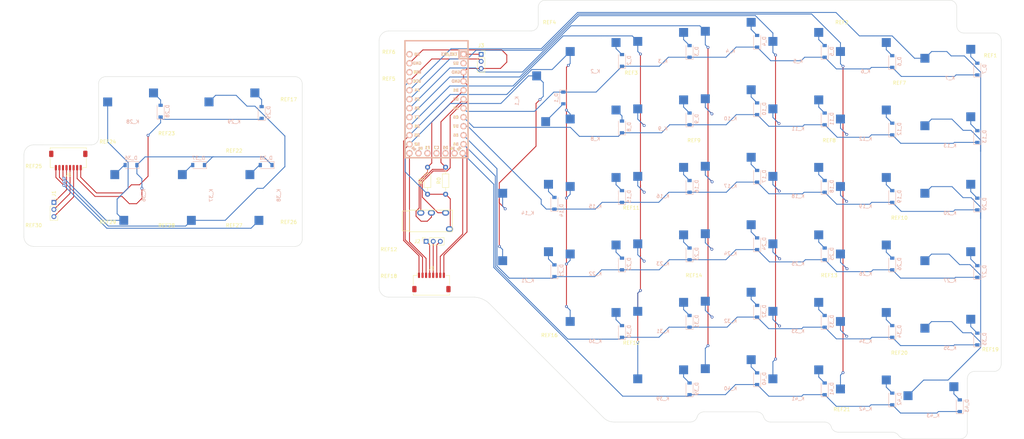
<source format=kicad_pcb>
(kicad_pcb (version 20211014) (generator pcbnew)
  (layers (0 "F.Cu" signal) (31 "B.Cu" signal) (34 "B.Paste" user) (35 "F.Paste" user) (36 "B.SilkS" user "B.Silkscreen") (37 "F.SilkS" user "F.Silkscreen") (38 "B.Mask" user) (39 "F.Mask" user) (44 "Edge.Cuts" user))
  (net 0 "")
  (net 1 "GND")
  (net 2 "SCL")
  (net 3 "col0")
  (net 4 "col1")
  (net 5 "col2")
  (net 6 "col3")
  (net 7 "col4")
  (net 8 "ro4_t")
  (net 9 "ro4_b")
  (net 10 "ro5_t")
  (net 11 "Vcc")
  (net 12 "row0")
  (net 13 "row1")
  (net 14 "row2")
  (net 15 "row3")
  (net 16 "ro5_b")
  (net 17 "Net-(D_43-Pad2)")
  (net 18 "SDA")
  (net 19 "LED_data")
  (net 20 "data_in_t")
  (net 21 "Vdd_t")
  (net 22 "Vss_t")
  (net 23 "data_in_b")
  (net 24 "Net-(D_6-Pad2)")
  (net 25 "Vdd_b")
  (net 26 "Vss_b")
  (net 27 "Net-(D_4-Pad2)")
  (net 28 "Net-(D_2-Pad2)")
  (net 29 "Net-(D_1-Pad2)")
  (net 30 "Net-(D_3-Pad2)")
  (net 31 "Net-(D_5-Pad2)")
  (net 32 "Net-(D_12-Pad2)")
  (net 33 "Net-(D_11-Pad2)")
  (net 34 "Net-(D_9-Pad2)")
  (net 35 "Net-(D_7-Pad2)")
  (net 36 "Net-(D_8-Pad2)")
  (net 37 "Net-(D_10-Pad2)")
  (net 38 "Net-(D_19-Pad2)")
  (net 39 "Net-(D_17-Pad2)")
  (net 40 "Net-(D_15-Pad2)")
  (net 41 "Net-(D_13-Pad2)")
  (net 42 "Net-(D_14-Pad2)")
  (net 43 "Net-(D_16-Pad2)")
  (net 44 "Net-(D_18-Pad2)")
  (net 45 "Net-(D_26-Pad2)")
  (net 46 "Net-(D_24-Pad2)")
  (net 47 "Net-(D_22-Pad2)")
  (net 48 "Net-(D_20-Pad2)")
  (net 49 "Net-(D_21-Pad2)")
  (net 50 "Net-(D_23-Pad2)")
  (net 51 "Net-(D_25-Pad2)")
  (net 52 "Net-(D_32-Pad2)")
  (net 53 "Net-(D_31-Pad2)")
  (net 54 "Net-(D_29-Pad2)")
  (net 55 "Net-(D_27-Pad2)")
  (net 56 "Net-(D_28-Pad2)")
  (net 57 "Net-(D_30-Pad2)")
  (net 58 "Net-(D_38-Pad2)")
  (net 59 "Net-(D_40-Pad2)")
  (net 60 "Net-(D_37-Pad2)")
  (net 61 "Net-(D_36-Pad2)")
  (net 62 "Net-(D_35-Pad2)")
  (net 63 "Net-(D_33-Pad2)")
  (net 64 "Net-(D_34-Pad2)")
  (net 65 "Net-(D_39-Pad2)")
  (net 66 "Net-(D_42-Pad2)")
  (net 67 "Net-(D_41-Pad2)")
  (net 68 "co7_t")
  (net 69 "co6_t")
  (net 70 "co5_t")
  (net 71 "co6_b")
  (net 72 "co5_b")
  (net 73 "co7_b")
  (footprint "MountingHole:MountingHole_2.2mm_M2" (layer "F.Cu") (at 262.362211 196.159999)
    (fp_text reference "REF18")
    (fp_text value "MountingHole_2.2mm_M2")
  )
  (footprint "MountingHole:MountingHole_2.2mm_M2" (layer "F.Cu") (at 330.71 214.99)
    (fp_text reference "REF15")
    (fp_text value "MountingHole_2.2mm_M2")
  )
  (footprint "MX_Only:MXOnly-1.5U-Hotswap" (layer "F.Cu") (at 190.180759 170.144241 90)
    (fp_text reference "K_36")
    (fp_text value "KEYSW")
  )
  (footprint "MX_Only:MXOnly-1U-Hotswap" (layer "F.Cu") (at 396.79 170.2)
    (fp_text reference "K_19")
    (fp_text value "KEYSW")
  )
  (footprint "MountingHole:MountingHole_2.2mm_M2" (layer "F.Cu") (at 386.53 195.95)
    (fp_text reference "REF13")
    (fp_text value "MountingHole_2.2mm_M2")
  )
  (footprint "MX_Only:MXOnly-1.5U-Hotswap" (layer "F.Cu") (at 420.6025 210.205)
    (fp_text reference "K_35")
    (fp_text value "KEYSW")
  )
  (footprint "MountingHole:MountingHole_2.2mm_M2" (layer "F.Cu") (at 199.702211 181.86)
    (fp_text reference "REF28")
    (fp_text value "MountingHole_2.2mm_M2")
  )
  (footprint "MX_Only:MXOnly-1U-Hotswap" (layer "F.Cu") (at 190.180759 146.334241)
    (fp_text reference "K_28")
    (fp_text value "KEYSW")
  )
  (footprint "MX_Only:MXOnly-1.5U-Hotswap" (layer "F.Cu") (at 420.6025 172.105)
    (fp_text reference "K_20")
    (fp_text value "KEYSW")
  )
  (footprint "Connector_PinSocket_2.00mm:PinSocket_1x03_P2.00mm_Vertical" (layer "F.Cu") (at 167.94 172.16)
    (fp_text reference "J1")
    (fp_text value "Conn_01x03_Female")
  )
  (footprint "MountingHole:MountingHole_2.2mm_M2" (layer "F.Cu") (at 386.53 157.86)
    (fp_text reference "REF8")
    (fp_text value "MountingHole_2.2mm_M2")
  )
  (footprint "MountingHole:MountingHole_2.2mm_M2" (layer "F.Cu") (at 218.75 160.78)
    (fp_text reference "REF22")
    (fp_text value "MountingHole_2.2mm_M2")
  )
  (footprint "MountingHole:MountingHole_2.2mm_M2" (layer "F.Cu") (at 348.4 195.95)
    (fp_text reference "REF14")
    (fp_text value "MountingHole_2.2mm_M2")
  )
  (footprint "MX_Only:MXOnly-1.5U-Hotswap" (layer "F.Cu") (at 228.280759 170.144241 90)
    (fp_text reference "K_38")
    (fp_text value "KEYSW")
  )
  (footprint "MX_Only:MXOnly-1.5U-Hotswap" (layer "F.Cu") (at 420.6025 191.155)
    (fp_text reference "K_27")
    (fp_text value "KEYSW")
  )
  (footprint "Connector_Molex:Molex_Pico-Clasp_202396-0807_1x08-1MP_P1.00mm_Horizontal" (layer "F.Cu") (at 274.38 194.755)
    (fp_text reference "J5")
    (fp_text value "Conn_01x08_Female")
  )
  (footprint "MX_Only:MXOnly-1.5U-Hotswap" (layer "F.Cu") (at 420.6025 153.055)
    (fp_text reference "K_13")
    (fp_text value "KEYSW")
  )
  (footprint "MX_Only:MXOnly-1U-Hotswap" (layer "F.Cu") (at 320.59 208.3)
    (fp_text reference "K_30")
    (fp_text value "KEYSW")
  )
  (footprint "MX_Only:MXOnly-1U-Hotswap" (layer "F.Cu") (at 358.69 183.535)
    (fp_text reference "K_24")
    (fp_text value "KEYSW")
  )
  (footprint "MountingHole:MountingHole_2.2mm_M2" (layer "F.Cu") (at 390.1 233.77)
    (fp_text reference "REF21")
    (fp_text value "MountingHole_2.2mm_M2")
  )
  (footprint "MountingHole:MountingHole_2.2mm_M2" (layer "F.Cu") (at 431.98 127.39)
    (fp_text reference "REF1")
    (fp_text value "MountingHole_2.2mm_M2")
  )
  (footprint "MountingHole:MountingHole_2.2mm_M2" (layer "F.Cu") (at 199.702211 155.88)
    (fp_text reference "REF23")
    (fp_text value "MountingHole_2.2mm_M2")
  )
  (footprint "MountingHole:MountingHole_2.2mm_M2" (layer "F.Cu") (at 162.22 181.83)
    (fp_text reference "REF30")
    (fp_text value "MountingHole_2.2mm_M2")
  )
  (footprint "MountingHole:MountingHole_2.2mm_M2" (layer "F.Cu") (at 183.13 180.92)
    (fp_text reference "REF29")
    (fp_text value "MountingHole_2.2mm_M2")
  )
  (footprint "MX_Only:MXOnly-1U-Hotswap" (layer "F.Cu") (at 396.79 132.1)
    (fp_text reference "K_6")
    (fp_text value "KEYSW")
  )
  (footprint "MX_Only:MXOnly-1U-Hotswap" (layer "F.Cu") (at 396.79 227.35)
    (fp_text reference "K_42")
    (fp_text value "KEYSW")
  )
  (footprint "MX_Only:MXOnly-1U-Hotswap" (layer "F.Cu") (at 339.64 148.2925)
    (fp_text reference "K_9")
    (fp_text value "KEYSW")
  )
  (footprint "MountingHole:MountingHole_2.2mm_M2" (layer "F.Cu") (at 183.13 158.24)
    (fp_text reference "REF24")
    (fp_text value "MountingHole_2.2mm_M2")
  )
  (footprint "MountingHole:MountingHole_2.2mm_M2" (layer "F.Cu") (at 330.71 138.79)
    (fp_text reference "REF3")
    (fp_text value "MountingHole_2.2mm_M2")
  )
  (footprint "MountingHole:MountingHole_2.2mm_M2" (layer "F.Cu") (at 218.752211 181.86)
    (fp_text reference "REF27")
    (fp_text value "MountingHole_2.2mm_M2")
  )
  (footprint "MountingHole:MountingHole_2.2mm_M2" (layer "F.Cu") (at 330.71 176.88)
    (fp_text reference "REF11")
    (fp_text value "MountingHole_2.2mm_M2")
  )
  (footprint "Connector_Molex:Molex_Pico-Clasp_202396-0807_1x08-1MP_P1.00mm_Horizontal" (layer "F.Cu") (at 171.99297 160.325759 180)
    (fp_text reference "J6")
    (fp_text value "Conn_01x08_Female")
  )
  (footprint "MX_Only:MXOnly-1U-Hotswap" (layer "F.Cu") (at 396.79 189.25)
    (fp_text reference "K_26")
    (fp_text value "KEYSW")
  )
  (footprint "MX_Only:MXOnly-1U-Hotswap" (layer "F.Cu") (at 377.74 224.4925)
    (fp_text reference "K_41")
    (fp_text value "KEYSW")
  )
  (footprint "MX_Only:MXOnly-1U-Hotswap" (layer "F.Cu") (at 339.64 186.3925)
    (fp_text reference "K_23")
    (fp_text value "KEYSW")
  )
  (footprint "MX_Only:MXOnly-1U-Hotswap" (layer "F.Cu") (at 320.59 170.2)
    (fp_text reference "K_15")
    (fp_text value "KEYSW")
  )
  (footprint "MX_Only:MXOnly-1U-Hotswap" (layer "F.Cu") (at 358.69 126.385)
    (fp_text reference "K_4")
    (fp_text value "KEYSW")
  )
  (footprint "MountingHole:MountingHole_2.2mm_M2" (layer "F.Cu") (at 262.360001 126.502212)
    (fp_text reference "REF6")
    (fp_text value "MountingHole_2.2mm_M2")
  )
  (footprint "MountingHole:MountingHole_2.2mm_M2" (layer "F.Cu") (at 234.13 180.92)
    (fp_text reference "REF26")
    (fp_text value "MountingHole_2.2mm_M2")
  )
  (footprint "MountingHole:MountingHole_2.2mm_M2" (layer "F.Cu") (at 406.32 141.63)
    (fp_text reference "REF7")
    (fp_text value "MountingHole_2.2mm_M2")
  )
  (footprint "MountingHole:MountingHole_2.2mm_M2" (layer "F.Cu") (at 307.65 212.86)
    (fp_text reference "REF16")
    (fp_text value "MountingHole_2.2mm_M2")
  )
  (footprint "MX_Only:MXOnly-1.5U-Hotswap" (layer "F.Cu") (at 209.230759 170.144241 90)
    (fp_text reference "K_37")
    (fp_text value "KEYSW")
  )
  (footprint "MX_Only:MXOnly-2U-Hotswap" (layer "F.Cu") (at 218.75097 146.325759)
    (fp_text reference "K_29")
    (fp_text value "KEYSW")
  )
  (footprint "MX_Only:MXOnly-1U-Hotswap" (layer "F.Cu") (at 377.74 186.3925)
    (fp_text reference "K_25")
    (fp_text value "KEYSW")
  )
  (footprint "MX_Only:MXOnly-1.5U-Hotswap" (layer "F.Cu") (at 420.6025 134.005)
    (fp_text reference "K_7")
    (fp_text value "KEYSW")
  )
  (footprint "Resistor_THT:R_Axial_DIN0204_L3.6mm_D1.6mm_P7.62mm_Horizontal" (layer "F.Cu") (at 278.38 162.22 -90)
    (fp_text reference "R0")
    (fp_text value "1k")
  )
  (footprint "MX_Only:MXOnly-1U-Hotswap" (layer "F.Cu") (at 396.79 151.15)
    (fp_text reference "K_12")
    (fp_text value "KEYSW")
  )
  (footprint "MX_Only:MXOnly-1U-Hotswap" (layer "F.Cu") (at 377.74 167.3425)
    (fp_text reference "K_18")
    (fp_text value "KEYSW")
  )
  (footprint "MX_Only:MXOnly-1U-Hotswap" (layer "F.Cu") (at 320.59 132.1)
    (fp_text reference "K_2")
    (fp_text value "KEYSW")
  )
  (footprint "MountingHole:MountingHole_2.2mm_M2" (layer "F.Cu") (at 162.232211 158.64)
    (fp_text reference "REF25")
    (fp_text value "MountingHole_2.2mm_M2")
  )
  (footprint "MountingHole:MountingHole_2.2mm_M2" (layer "F.Cu") (at 307.65 118.12)
    (fp_text reference "REF4")
    (fp_text value "MountingHole_2.2mm_M2")
  )
  (footprint "MountingHole:MountingHole_2.2mm_M2" (layer "F.Cu") (at 234.13 146.29)
    (fp_text reference "REF17")
    (fp_text value "MountingHole_2.2mm_M2")
  )
  (footprint "MountingHole:MountingHole_2.2mm_M2" (layer "F.Cu") (at 390.1 118.12)
    (fp_text reference "REF2")
    (fp_text value "MountingHole_2.2mm_M2")
  )
  (footprint "MX_Only:MXOnly-1U-Hotswap" (layer "F.Cu") (at 358.69 221.635)
    (fp_text reference "K_40")
    (fp_text value "KEYSW")
  )
  (footprint "MX_Only:MXOnly-1U-Hotswap" (layer "F.Cu") (at 358.69 145.435)
    (fp_text reference "K_10")
    (fp_text value "KEYSW")
  )
  (footprint "MX_Only:MXOnly-1U-Hotswap" (layer "F.Cu") (at 358.69 202.585)
    (fp_text reference "K_32")
    (fp_text value "KEYSW")
  )
  (footprint "MountingHole:MountingHole_2.2mm_M2" (layer "F.Cu") (at 262.362211 188.61)
    (fp_text reference "REF12")
    (fp_text value "MountingHole_2.2mm_M2")
  )
  (footprint "MX_Only:MXOnly-1U-Hotswap" (layer "F.Cu") (at 415.84 229.255)
    (fp_text reference "K_43")
    (fp_text value "KEYSW")
  )
  (footprint "MountingHole:MountingHole_2.2mm_M2" (layer "F.Cu") (at 406.32 217.83)
    (fp_text reference "REF20")
    (fp_text value "MountingHole_2.2mm_M2")
  )
  (footprint "MX_Only:MXOnly-1U-Hotswap" (layer "F.Cu") (at 396.79 208.3)
    (fp_text reference "K_34")
    (fp_text value "KEYSW")
  )
  (footprint "MX_Only:MXOnly-1U-Hotswap" (layer "F.Cu") (at 320.59 189.25)
    (fp_text reference "K_22")
    (fp_text value "KEYSW")
  )
  (footprint "Connector_PinSocket_2.00mm:PinSocket_1x03_P2.00mm_Vertical" (layer "F.Cu") (at 288.4 130.35)
    (fp_text reference "J3")
    (fp_text value "Conn_01x03_Female")
  )
  (footprint "MX_Only:MXOnly-1U-Hotswap" (layer "F.Cu") (at 339.64 167.3425)
    (fp_text reference "K_16")
    (fp_text value "KEYSW")
  )
  (footprint "MountingHole:MountingHole_2.2mm_M2" (layer "F.Cu") (at 406.32 179.72)
    (fp_text reference "REF10")
    (fp_text value "MountingHole_2.2mm_M2")
  )
  (footprint "MX_Only:MXOnly-1U-Hotswap" (layer "F.Cu") (at 339.64 129.2425)
    (fp_text reference "K_3")
    (fp_text value "KEYSW")
  )
  (footprint "MX_Only:MXOnly-1U-Hotswap" (layer "F.Cu") (at 339.64 224.4925)
    (fp_text reference "K_39")
    (fp_text value "KEYSW")
  )
  (footprint "MountingHole:MountingHole_2.2mm_M2" (layer "F.Cu") (at 348.4 157.86)
    (fp_text reference "REF9")
    (fp_text value "MountingHole_2.2mm_M2")
  )
  (footprint "MX_Only:MXOnly-2U-Hotswap" (layer "F.Cu") (at 301.511549 143.517479 -90)
    (fp_text reference "K_1")
    (fp_text value "KEYSW")
  )
  (footprint "MX_Only:MXOnly-1U-Hotswap" (layer "F.Cu") (at 320.59 151.15)
    (fp_text reference "K_8")
    (fp_text value "KEYSW")
  )
  (footprint "MX_Only:MXOnly-1U-Hotswap" (layer "F.Cu") (at 377.74 205.4425)
    (fp_text reference "K_33")
    (fp_text value "KEYSW")
  )
  (footprint "MX_Only:MXOnly-1U-Hotswap" (layer "F.Cu") (at 377.74 129.2425)
    (fp_text reference "K_5")
    (fp_text value "KEYSW")
  )
  (footprint "Connector_PinSocket_2.00mm:PinSocket_1x03_P2.00mm_Vertical" (layer "F.Cu") (at 272.89 183.15 90)
    (fp_text reference "J2")
    (fp_text value "Conn_01x03_Female")
  )
  (footprint "Keebio-Parts:TRRS-PJ-320A" (layer "F.Cu") (at 268.1775 177.38 90)
    (fp_text reference "U1")
    (fp_text value "TRRS")
  )
  (footprint "MX_Only:MXOnly-1U-Hotswap" (layer "F.Cu") (at 358.69 164.485)
    (fp_text reference "K_17")
    (fp_text value "KEYSW")
  )
  (footprint "MX_Only:MXOnly-1U-Hotswap" (layer "F.Cu") (at 339.64 205.4425)
    (fp_text reference "K_31")
    (fp_text value "KEYSW")
  )
  (footprint "MX_Only:MXOnly-1U-Hotswap" (layer "F.Cu") (at 301.54 172.105)
    (fp_text reference "K_14")
    (fp_text value "KEYSW")
  )
  (footprint "MountingHole:MountingHole_2.2mm_M2" (layer "F.Cu") (at 431.98 216.86)
    (fp_text reference "REF19")
    (fp_text value "MountingHole_2.2mm_M2")
  )
  (footprint "Resistor_THT:R_Axial_DIN0204_L3.6mm_D1.6mm_P7.62mm_Horizontal" (layer "F.Cu") (at 273.3 162.22 -90)
    (fp_text reference "R1")
    (fp_text value "1k")
  )
  (footprint "MountingHole:MountingHole_2.2mm_M2" (layer "F.Cu") (at 262.362211 134.06)
    (fp_text reference "REF5")
    (fp_text value "MountingHole_2.2mm_M2")
  )
  (footprint "MX_Only:MXOnly-1U-Hotswap" (layer "F.Cu") (at 377.74 148.2925)
    (fp_text reference "K_11")
    (fp_text value "KEYSW")
  )
  (footprint "MX_Only:MXOnly-1U-Hotswap" (layer "F.Cu") (at 301.54 191.155)
    (fp_text reference "K_21")
    (fp_text value "KEYSW")
  )
  (footprint "Diode_SMD:D_SOD-123" (layer "B.Cu") (at 208.730759 161.619241 180)
    (fp_text reference "D_37")
    (fp_text value "D")
  )
  (footprint "Diode_SMD:D_SOD-123" (layer "B.Cu") (at 328.115 150.845 90)
    (fp_text reference "D_8")
    (fp_text value "D")
  )
  (footprint "Diode_SMD:D_SOD-123" (layer "B.Cu") (at 366.21 183.82 90)
    (fp_text reference "D_24")
    (fp_text value "D")
  )
  (footprint "Diode_SMD:D_SOD-123" (layer "B.Cu") (at 385.26 205.7275 90)
    (fp_text reference "D_33")
    (fp_text value "D")
  )
  (footprint "Diode_SMD:D_SOD-123" (layer "B.Cu") (at 328.11 189.535 90)
    (fp_text reference "D_22")
    (fp_text value "D")
  )
  (footprint "Diode_SMD:D_SOD-123" (layer "B.Cu") (at 404.31 170.485 90)
    (fp_text reference "D_19")
    (fp_text value "D")
  )
  (footprint "Diode_SMD:D_SOD-123" (layer "B.Cu") (at 385.26 167.6275 90)
    (fp_text reference "D_18")
    (fp_text value "D")
  )
  (footprint "Diode_SMD:D_SOD-123" (layer "B.Cu") (at 226.51 146.77 90)
    (fp_text reference "D_29")
    (fp_text value "D")
  )
  (footprint "Diode_SMD:D_SOD-123" (layer "B.Cu") (at 428.3 153.56 90)
    (fp_text reference "D_13")
    (fp_text value "D")
  )
  (footprint "Diode_SMD:D_SOD-123" (layer "B.Cu") (at 385.26 224.7775 90)
    (fp_text reference "D_41")
    (fp_text value "D")
  )
  (footprint "Diode_SMD:D_SOD-123" (layer "B.Cu") (at 385.26 148.5775 90)
    (fp_text reference "D_11")
    (fp_text value "D")
  )
  (footprint "Diode_SMD:D_SOD-123" (layer "B.Cu") (at 366.21 221.92 90)
    (fp_text reference "D_40")
    (fp_text value "D")
  )
  (footprint "Diode_SMD:D_SOD-123" (layer "B.Cu") (at 347.16 224.7775 90)
    (fp_text reference "D_39")
    (fp_text value "D")
  )
  (footprint "Diode_SMD:D_SOD-123" (layer "B.Cu") (at 404.31 151.435 90)
    (fp_text reference "D_12")
    (fp_text value "D")
  )
  (footprint "Diode_SMD:D_SOD-123" (layer "B.Cu") (at 328.115 132.07 90)
    (fp_text reference "D_2")
    (fp_text value "D")
  )
  (footprint "Diode_SMD:D_SOD-123" (layer "B.Cu") (at 347.16 129.5275 90)
    (fp_text reference "D_3")
    (fp_text value "D")
  )
  (footprint "Diode_SMD:D_SOD-123" (layer "B.Cu") (at 366.21 126.67 90)
    (fp_text reference "D_4")
    (fp_text value "D")
  )
  (footprint "Diode_SMD:D_SOD-123" (layer "B.Cu") (at 347.16 148.5775 90)
    (fp_text reference "D_9")
    (fp_text value "D")
  )
  (footprint "Diode_SMD:D_SOD-123" (layer "B.Cu") (at 366.21 202.87 90)
    (fp_text reference "D_32")
    (fp_text value "D")
  )
  (footprint "Diode_SMD:D_SOD-123" (layer "B.Cu") (at 428.3 210.71 90)
    (fp_text reference "D_35")
    (fp_text value "D")
  )
  (footprint "Diode_SMD:D_SOD-123" (layer "B.Cu") (at 309.06 191.44 90)
    (fp_text reference "D_21")
    (fp_text value "D")
  )
  (footprint "Diode_SMD:D_SOD-123" (layer "B.Cu") (at 347.16 167.6275 90)
    (fp_text reference "D_16")
    (fp_text value "D")
  )
  (footprint "Diode_SMD:D_SOD-123" (layer "B.Cu") (at 347.16 186.6775 90)
    (fp_text reference "D_23")
    (fp_text value "D")
  )
  (footprint "Diode_SMD:D_SOD-123" (layer "B.Cu") (at 404.31 208.585 90)
    (fp_text reference "D_34")
    (fp_text value "D")
  )
  (footprint "Diode_SMD:D_SOD-123" (layer "B.Cu") (at 328.11 208.585 90)
    (fp_text reference "D_30")
    (fp_text value "D")
  )
  (footprint "Diode_SMD:D_SOD-123" (layer "B.Cu") (at 404.31 227.635 90)
    (fp_text reference "D_42")
    (fp_text value "D")
  )
  (footprint "Diode_SMD:D_SOD-123" (layer "B.Cu") (at 309.06 172.39 90)
    (fp_text reference "D_14")
    (fp_text value "D")
  )
  (footprint "Diode_SMD:D_SOD-123" (layer "B.Cu") (at 428.3 134.51 90)
    (fp_text reference "D_7")
    (fp_text value "D")
  )
  (footprint "Diode_SMD:D_SOD-123" (layer "B.Cu") (at 227.780759 161.619241 180)
    (fp_text reference "D_38")
    (fp_text value "D")
  )
  (footprint "Diode_SMD:D_SOD-123" (layer "B.Cu") (at 328.11 170.485 90)
    (fp_text reference "D_15")
    (fp_text value "D")
  )
  (footprint "Diode_SMD:D_SOD-123" (layer "B.Cu") (at 311.57 142.67 -90)
    (fp_text reference "D_1")
    (fp_text value "D")
  )
  (footprint "Diode_SMD:D_SOD-123" (layer "B.Cu") (at 366.21 164.77 90)
    (fp_text reference "D_17")
    (fp_text value "D")
  )
  (footprint "Diode_SMD:D_SOD-123" (layer "B.Cu") (at 428.3 191.66 90)
    (fp_text reference "D_27")
    (fp_text value "D")
  )
  (footprint "Diode_SMD:D_SOD-123" (layer "B.Cu") (at 385.26 129.5275 90)
    (fp_text reference "D_5")
    (fp_text value "D")
  )
  (footprint "Diode_SMD:D_SOD-123" (layer "B.Cu") (at 366.21 145.72 90)
    (fp_text reference "D_10")
    (fp_text value "D")
  )
  (footprint "Diode_SMD:D_SOD-123" (layer "B.Cu") (at 428.3 172.61 90)
    (fp_text reference "D_20")
    (fp_text value "D")
  )
  (footprint "Diode_SMD:D_SOD-123" (layer "B.Cu") (at 385.26 186.6775 90)
    (fp_text reference "D_25")
    (fp_text value "D")
  )
  (footprint "Diode_SMD:D_SOD-123" (layer "B.Cu") (at 423.36 229.54 90)
    (fp_text reference "D_43")
    (fp_text value "D")
  )
  (footprint "Diode_SMD:D_SOD-123" (layer "B.Cu") (at 189.680759 161.619241 180)
    (fp_text reference "D_36")
    (fp_text value "D")
  )
  (footprint "Diode_SMD:D_SOD-123" (layer "B.Cu") (at 347.16 205.7275 90)
    (fp_text reference "D_31")
    (fp_text value "D")
  )
  (footprint "Diode_SMD:D_SOD-123" (layer "B.Cu") (at 404.31 189.535 90)
    (fp_text reference "D_26")
    (fp_text value "D")
  )
  (footprint "Keebio-Parts:Elite-C" (layer "B.Cu") (at 275.81 144.30675 -90)
    (fp_text reference "U0" hide)
    (fp_text value "Elite-C" hide)
  )
  (footprint "Diode_SMD:D_SOD-123" (layer "B.Cu") (at 404.31 132.385 90)
    (fp_text reference "D_6")
    (fp_text value "D")
  )
  (footprint "Diode_SMD:D_SOD-123" (layer "B.Cu") (at 198.03 146.4 90)
    (fp_text reference "D_28")
    (fp_text value "D")
  )
  (gr_line (start 389.035 237.005) (end 404.27 237.01) (layer "Edge.Cuts") (width 0.1))
  (gr_arc (start 366.17 231.29) (mid 367.358626 231.687042) (end 368.07 232.71875) (layer "Edge.Cuts") (width 0.1))
  (gr_arc (start 159.49 158.640002) (mid 160.292527 156.702529) (end 162.23 155.900002) (layer "Edge.Cuts") (width 0.1))
  (gr_line (start 235.942209 184.57) (end 162.217789 184.57) (layer "Edge.Cuts") (width 0.1))
  (gr_arc (start 404.27 237.01) (mid 405.345883 237.27819) (end 406.17 238.02) (layer "Edge.Cuts") (width 0.1))
  (gr_line (start 290.59 200.6) (end 322.85 232.86) (layer "Edge.Cuts") (width 0.1))
  (gr_arc (start 369.97 234.1475) (mid 368.781374 233.750457) (end 368.07 232.71875) (layer "Edge.Cuts") (width 0.1))
  (gr_line (start 427.495 219.86) (end 433.02 219.86) (layer "Edge.Cuts") (width 0.1))
  (gr_line (start 159.477789 181.83) (end 159.49 158.640002) (layer "Edge.Cuts") (width 0.1))
  (gr_line (start 180.522104 153.910235) (end 180.522551 138.670055) (layer "Edge.Cuts") (width 0.1))
  (gr_arc (start 433.02 124.34) (mid 434.434214 124.925786) (end 435.02 126.34) (layer "Edge.Cuts") (width 0.1))
  (gr_line (start 262.36 198.899999) (end 286.559389 198.9) (layer "Edge.Cuts") (width 0.1))
  (gr_line (start 237.942216 138.67) (end 237.942209 182.57) (layer "Edge.Cuts") (width 0.1))
  (gr_arc (start 180.522104 153.910235) (mid 179.936318 155.324449) (end 178.522104 155.910235) (layer "Edge.Cuts") (width 0.1))
  (gr_arc (start 425.495 236.91) (mid 424.909214 238.324214) (end 423.495 238.91) (layer "Edge.Cuts") (width 0.1))
  (gr_line (start 304.5 117.07) (end 304.5 121.757479) (layer "Edge.Cuts") (width 0.1))
  (gr_line (start 259.620001 126.500001) (end 259.62 196.159999) (layer "Edge.Cuts") (width 0.1))
  (gr_line (start 433.02 124.34) (end 424.506549 124.34) (layer "Edge.Cuts") (width 0.1))
  (gr_arc (start 326.13 234.15) (mid 324.351256 233.857776) (end 322.85 232.86) (layer "Edge.Cuts") (width 0.1))
  (gr_line (start 302.5 123.757479) (end 262.360001 123.760001) (layer "Edge.Cuts") (width 0.1))
  (gr_arc (start 389.035 237.005) (mid 387.846374 236.607957) (end 387.135 235.57625) (layer "Edge.Cuts") (width 0.1))
  (gr_line (start 420.506549 115.07) (end 306.5 115.07) (layer "Edge.Cuts") (width 0.1))
  (gr_arc (start 286.559389 198.9) (mid 288.717435 199.41157) (end 290.59 200.6) (layer "Edge.Cuts") (width 0.1))
  (gr_line (start 162.23 155.900002) (end 178.522104 155.910235) (layer "Edge.Cuts") (width 0.1))
  (gr_arc (start 235.942216 136.67) (mid 237.35643 137.255786) (end 237.942216 138.67) (layer "Edge.Cuts") (width 0.1))
  (gr_arc (start 304.5 117.07) (mid 305.085786 115.655786) (end 306.5 115.07) (layer "Edge.Cuts") (width 0.1))
  (gr_arc (start 420.506549 115.07) (mid 421.920763 115.655786) (end 422.506549 117.07) (layer "Edge.Cuts") (width 0.1))
  (gr_arc (start 262.36 198.899999) (mid 260.422527 198.097472) (end 259.62 196.159999) (layer "Edge.Cuts") (width 0.1))
  (gr_arc (start 180.522551 138.670055) (mid 181.108337 137.255841) (end 182.522551 136.670055) (layer "Edge.Cuts") (width 0.1))
  (gr_arc (start 425.495 221.86) (mid 426.080786 220.445786) (end 427.495 219.86) (layer "Edge.Cuts") (width 0.1))
  (gr_line (start 425.495 236.91) (end 425.495 221.86) (layer "Edge.Cuts") (width 0.1))
  (gr_arc (start 259.620001 126.500001) (mid 260.422528 124.562528) (end 262.360001 123.760001) (layer "Edge.Cuts") (width 0.1))
  (gr_arc (start 349.295 232.71875) (mid 350.006374 231.687042) (end 351.195 231.29) (layer "Edge.Cuts") (width 0.1))
  (gr_line (start 326.13 234.15) (end 347.395 234.1475) (layer "Edge.Cuts") (width 0.1))
  (gr_arc (start 435.02 217.86) (mid 434.434214 219.274214) (end 433.02 219.86) (layer "Edge.Cuts") (width 0.1))
  (gr_line (start 369.97 234.1475) (end 385.235 234.1475) (layer "Edge.Cuts") (width 0.1))
  (gr_line (start 422.506549 122.34) (end 422.506549 117.07) (layer "Edge.Cuts") (width 0.1))
  (gr_arc (start 385.235 234.1475) (mid 386.423626 234.544542) (end 387.135 235.57625) (layer "Edge.Cuts") (width 0.1))
  (gr_line (start 351.195 231.29) (end 366.17 231.29) (layer "Edge.Cuts") (width 0.1))
  (gr_line (start 408.07 238.91) (end 423.495 238.91) (layer "Edge.Cuts") (width 0.1))
  (gr_arc (start 424.506549 124.34) (mid 423.092335 123.754214) (end 422.506549 122.34) (layer "Edge.Cuts") (width 0.1))
  (gr_arc (start 162.217789 184.57) (mid 160.280316 183.767473) (end 159.477789 181.83) (layer "Edge.Cuts") (width 0.1))
  (gr_line (start 182.522551 136.670055) (end 235.942216 136.67) (layer "Edge.Cuts") (width 0.1))
  (gr_arc (start 349.295 232.71875) (mid 348.583626 233.750458) (end 347.395 234.1475) (layer "Edge.Cuts") (width 0.1))
  (gr_arc (start 408.07 238.91) (mid 407.020941 238.676474) (end 406.17 238.02) (layer "Edge.Cuts") (width 0.1))
  (gr_line (start 435.02 217.86) (end 435.02 126.34) (layer "Edge.Cuts") (width 0.1))
  (gr_arc (start 237.942209 182.57) (mid 237.356423 183.984214) (end 235.942209 184.57) (layer "Edge.Cuts") (width 0.1))
  (gr_arc (start 304.5 121.757479) (mid 303.914214 123.171693) (end 302.5 123.757479) (layer "Edge.Cuts") (width 0.1))
  (segment (start 284.49675 134.35) (end 283.43 135.41675) (width 0.25) (layer "F.Cu") (net 1))
  (segment (start 278.3775 175.08) (end 276.2 175.08) (width 0.25) (layer "F.Cu") (net 1))
  (segment (start 279.67 162.378878) (end 279.67 147.638546) (width 0.25) (layer "F.Cu") (net 1))
  (segment (start 288.4 134.35) (end 284.49675 134.35) (width 0.25) (layer "F.Cu") (net 1))
  (segment (start 276.2 175.08) (end 271.82702 170.70702) (width 0.25) (layer "F.Cu") (net 1))
  (segment (start 283.927393 144.237561) (end 284.69 143.474954) (width 0.25) (layer "F.Cu") (net 1))
  (segment (start 271.82702 166.338698) (end 274.875718 163.29) (width 0.25) (layer "F.Cu") (net 1))
  (segment (start 295.62497 130.53497) (end 294.2 129.11) (width 0.25) (layer "F.Cu") (net 1))
  (segment (start 274.875718 163.29) (end 278.758878 163.29) (width 0.25) (layer "F.Cu") (net 1))
  (segment (start 278.758878 163.29) (end 279.67 162.378878) (width 0.25) (layer "F.Cu") (net 1))
  (segment (start 293.835482 134.35) (end 295.62497 132.560512) (width 0.25) (layer "F.Cu") (net 1))
  (segment (start 271.82702 170.70702) (end 271.82702 166.338698) (width 0.25) (layer "F.Cu") (net 1))
  (segment (start 284.69 139.21675) (end 283.43 137.95675) (width 0.25) (layer "F.Cu") (net 1))
  (segment (start 283.070985 144.237561) (end 283.927393 144.237561) (width 0.25) (layer "F.Cu") (net 1))
  (segment (start 284.69 143.474954) (end 284.69 139.21675) (width 0.25) (layer "F.Cu") (net 1))
  (segment (start 279.67 147.638546) (end 283.070985 144.237561) (width 0.25) (layer "F.Cu") (net 1))
  (segment (start 283.43 135.41675) (end 283.43 137.95675) (width 0.25) (layer "F.Cu") (net 1))
  (segment (start 294.2 129.11) (end 271.95675 129.11) (width 0.25) (layer "F.Cu") (net 1))
  (segment (start 271.95675 129.11) (end 268.19 132.87675) (width 0.25) (layer "F.Cu") (net 1))
  (segment (start 288.4 134.35) (end 293.835482 134.35) (width 0.25) (layer "F.Cu") (net 1))
  (segment (start 295.62497 132.560512) (end 295.62497 130.53497) (width 0.25) (layer "F.Cu") (net 1))
  (segment (start 274.68952 162.84048) (end 271.3775 166.1525) (width 0.25) (layer "F.Cu") (net 2))
  (segment (start 277.06 160.9) (end 277.06 149.40675) (width 0.25) (layer "F.Cu") (net 2))
  (segment (start 277.06 149.40675) (end 283.43 143.03675) (width 0.25) (layer "F.Cu") (net 2))
  (segment (start 277.75952 162.84048) (end 274.68952 162.84048) (width 0.25) (layer "F.Cu") (net 2))
  (segment (start 278.38 162.22) (end 277.75952 162.84048) (width 0.25) (layer "F.Cu") (net 2))
  (segment (start 271.3775 166.1525) (end 271.3775 175.08) (width 0.25) (layer "F.Cu") (net 2))
  (segment (start 278.38 162.22) (end 277.06 160.9) (width 0.25) (layer "F.Cu") (net 2))
  (segment (start 279.925212 128.761538) (end 305.369878 128.761538) (width 0.25) (layer "B.Cu") (net 3))
  (segment (start 424.266526 170.8) (end 426.539022 170.8) (width 0.25) (layer "B.Cu") (net 3))
  (segment (start 419.7 129.57) (end 415.4125 129.57) (width 0.25) (layer "B.Cu") (net 3))
  (segment (start 429.24 157.73) (end 429.24 135.400978) (width 0.25) (layer "B.Cu") (net 3))
  (segment (start 424.29 151.8) (end 426.49 151.8) (width 0.25) (layer "B.Cu") (net 3))
  (segment (start 415.392021 186.740479) (end 420.31408 186.740479) (width 0.25) (layer "B.Cu") (net 3))
  (segment (start 421.130479 148.640479) (end 424.29 151.8) (width 0.25) (layer "B.Cu") (net 3))
  (segment (start 415.4125 129.57) (end 413.5175 131.465) (width 0.25) (layer "B.Cu") (net 3))
  (segment (start 429.24 211.600978) (end 429.24 212.35) (width 0.25) (layer "B.Cu") (net 3))
  (segment (start 426.539022 170.8) (end 429.24 173.500978) (width 0.25) (layer "B.Cu") (net 3))
  (segment (start 424.225479 208.955479) (end 426.594501 208.955479) (width 0.25) (layer "B.Cu") (net 3))
  (segment (start 420.058543 222.300479) (end 429.24 213.119022) (width 0.25) (layer "B.Cu") (net 3))
  (segment (start 305.369878 128.761538) (end 315.599979 118.531439) (width 0.25) (layer "B.Cu") (net 3))
  (segment (start 413.5175 169.565) (end 415.392021 167.690479) (width 0.25) (layer "B.Cu") (net 3))
  (segment (start 415.392021 148.640479) (end 421.130479 148.640479) (width 0.25) (layer "B.Cu") (net 3))
  (segment (start 429.24 173.500978) (end 429.24 176.71) (width 0.25) (layer "B.Cu") (net 3))
  (segment (start 395.04019 125.145479) (end 404.275479 125.145479) (width 0.25) (layer "B.Cu") (net 3))
  (segment (start 388.42615 118.531439) (end 395.04019 125.145479) (width 0.25) (layer "B.Cu") (net 3))
  (segment (start 429.24 212.35) (end 429.24 193.59) (width 0.25) (layer "B.Cu") (net 3))
  (segment (start 426.212859 189.702859) (end 429.24 192.73) (width 0.25) (layer "B.Cu") (net 3))
  (segment (start 426.49 151.8) (end 429.24 154.55) (width 0.25) (layer "B.Cu") (net 3))
  (segment (start 429.24 135.400978) (end 424.638543 130.799521) (width 0.25) (layer "B.Cu") (net 3))
  (segment (start 413.5175 150.515) (end 415.392021 148.640479) (width 0.25) (layer "B.Cu") (net 3))
  (segment (start 413.5175 207.665) (end 415.392021 205.790479) (width 0.25) (layer "B.Cu") (net 3))
  (segment (start 420.929521 130.799521) (end 419.7 129.57) (width 0.25) (layer "B.Cu") (net 3))
  (segment (start 423.27646 189.702859) (end 426.212859 189.702859) (width 0.25) (layer "B.Cu") (net 3))
  (segment (start 268.19 140.49675) (end 279.925212 128.761538) (width 0.25) (layer "B.Cu") (net 3))
  (segment (start 429.24 193.59) (end 429.24 157.73) (width 0.25) (layer "B.Cu") (net 3))
  (segment (start 315.599979 118.531439) (end 388.42615 118.531439) (width 0.25) (layer "B.Cu") (net 3))
  (segment (start 421.157005 167.690479) (end 424.266526 170.8) (width 0.25) (layer "B.Cu") (net 3))
  (segment (start 421.060479 205.790479) (end 424.225479 208.955479) (width 0.25) (layer "B.Cu") (net 3))
  (segment (start 413.5175 188.615) (end 415.392021 186.740479) (width 0.25) (layer "B.Cu") (net 3))
  (segment (start 404.275479 125.145479) (end 410.595 131.465) (width 0.25) (layer "B.Cu") (net 3))
  (segment (start 429.24 154.55) (end 429.24 157.73) (width 0.25) (layer "B.Cu") (net 3))
  (segment (start 410.595 131.465) (end 413.5175 131.465) (width 0.25) (layer "B.Cu") (net 3))
  (segment (start 426.594501 208.955479) (end 429.24 211.600978) (width 0.25) (layer "B.Cu") (net 3))
  (segment (start 429.24 192.73) (end 429.24 193.59) (width 0.25) (layer "B.Cu") (net 3))
  (segment (start 420.31408 186.740479) (end 423.27646 189.702859) (width 0.25) (layer "B.Cu") (net 3))
  (segment (start 413.169521 222.300479) (end 420.058543 222.300479) (width 0.25) (layer "B.Cu") (net 3))
  (segment (start 408.755 226.715) (end 413.169521 222.300479) (width 0.25) (layer "B.Cu") (net 3))
  (segment (start 429.24 213.119022) (end 429.24 212.35) (width 0.25) (layer "B.Cu") (net 3))
  (segment (start 415.392021 205.790479) (end 421.060479 205.790479) (width 0.25) (layer "B.Cu") (net 3))
  (segment (start 415.392021 167.690479) (end 421.157005 167.690479) (width 0.25) (layer "B.Cu") (net 3))
  (segment (start 424.638543 130.799521) (end 420.929521 130.799521) (width 0.25) (layer "B.Cu") (net 3))
  (segment (start 390.43 150.93) (end 390.43 151.92) (width 0.25) (layer "F.Cu") (net 4))
  (segment (start 390.43 170.17) (end 390.43 150.93) (width 0.25) (layer "F.Cu") (net 4))
  (segment (start 390.43 170.85) (end 391.45 171.87) (width 0.25) (layer "F.Cu") (net 4))
  (segment (start 390.43 133.81) (end 390.43 133.743921) (width 0.25) (layer "F.Cu") (net 4))
  (segment (start 390.43 170.17) (end 390.43 170.85) (width 0.25) (layer "F.Cu") (net 4))
  (segment (start 390.43 208.36) (end 390.43 189.24) (width 0.25) (layer "F.Cu") (net 4))
  (segment (start 390.43 208.36) (end 390.43 208.9) (width 0.25) (layer "F.Cu") (net 4))
  (segment (start 390.43 151.92) (end 391.49 152.98) (width 0.25) (layer "F.Cu") (net 4))
  (segment (start 390.43 189.76) (end 391.56 190.89) (width 0.25) (layer "F.Cu") (net 4))
  (segment (start 390.43 150.93) (end 390.43 133.81) (width 0.25) (layer "F.Cu") (net 4))
  (segment (start 390.43 189.24) (end 390.43 189.76) (width 0.25) (layer "F.Cu") (net 4))
  (segment (start 390.43 189.24) (end 390.43 170.17) (width 0.25) (layer "F.Cu") (net 4))
  (segment (start 390.43 208.9) (end 391.47 209.94) (width 0.25) (layer "F.Cu") (net 4))
  (segment (start 390.43 220.2) (end 390.43 208.36) (width 0.25) (layer "F.Cu") (net 4))
  (via (at 391.56 190.89) (size 0.8) (drill 0.4) (layers "F.Cu" "B.Cu") (net 4))
  (via (at 391.45 171.87) (size 0.8) (drill 0.4) (layers "F.Cu" "B.Cu") (net 4))
  (via (at 390.43 220.2) (size 0.8) (drill 0.4) (layers "F.Cu" "B.Cu") (net 4))
  (via (at 391.49 152.98) (size 0.8) (drill 0.4) (layers "F.Cu" "B.Cu") (net 4))
  (via (at 391.47 209.94) (size 0.8) (drill 0.4) (layers "F.Cu" "B.Cu") (net 4))
  (via (at 390.43 133.743921) (size 0.8) (drill 0.4) (layers "F.Cu" "B.Cu") (net 4))
  (segment (start 391.47 209.94) (end 389.705 208.175) (width 0.25) (layer "B.Cu") (net 4))
  (segment (start 389.705 151.195) (end 389.705 148.61) (width 0.25) (layer "B.Cu") (net 4))
  (segment (start 389.705 224.81) (end 389.705 220.925) (width 0.25) (layer "B.Cu") (net 4))
  (segment (start 284.492433 131.675939) (end 286.957314 129.211058) (width 0.25) (layer "B.Cu") (net 4))
  (segment (start 305.556076 129.211058) (end 315.786176 118.980959) (width 0.25) (layer "B.Cu") (net 4))
  (segment (start 391.45 171.87) (end 389.705 170.125) (width 0.25) (layer "B.Cu") (net 4))
  (segment (start 315.786176 118.980959) (end 381.574481 118.980959) (width 0.25) (layer "B.Cu") (net 4))
  (segment (start 390.43 133.743921) (end 389.705 133.018921) (width 0.25) (layer "B.Cu") (net 4))
  (segment (start 381.574481 118.980959) (end 389.705 127.111478) (width 0.25) (layer "B.Cu") (net 4))
  (segment (start 268.19 143.03675) (end 279.550811 131.675939) (width 0.25) (layer "B.Cu") (net 4))
  (segment (start 286.957314 129.211058) (end 305.556076 129.211058) (width 0.25) (layer "B.Cu") (net 4))
  (segment (start 279.550811 131.675939) (end 284.492433 131.675939) (width 0.25) (layer "B.Cu") (net 4))
  (segment (start 389.705 170.125) (end 389.705 167.66) (width 0.25) (layer "B.Cu") (net 4))
  (segment (start 389.705 133.018921) (end 389.705 129.56) (width 0.25) (layer "B.Cu") (net 4))
  (segment (start 389.705 189.035) (end 389.705 186.71) (width 0.25) (layer "B.Cu") (net 4))
  (segment (start 389.705 220.925) (end 390.43 220.2) (width 0.25) (layer "B.Cu") (net 4))
  (segment (start 391.49 152.98) (end 389.705 151.195) (width 0.25) (layer "B.Cu") (net 4))
  (segment (start 391.56 190.89) (end 389.705 189.035) (width 0.25) (layer "B.Cu") (net 4))
  (segment (start 389.705 208.175) (end 389.705 205.76) (width 0.25) (layer "B.Cu") (net 4))
  (segment (start 389.705 127.111478) (end 389.705 129.56) (width 0.25) (layer "B.Cu") (net 4))
  (segment (start 372.480409 207.03) (end 372.54 207.03) (width 0.25) (layer "F.Cu") (net 5))
  (segment (start 371.410479 186.920479) (end 372.57 188.08) (width 0.25) (layer "F.Cu") (net 5))
  (segment (start 371.410479 167.890479) (end 372.47 168.95) (width 0.25) (layer "F.Cu") (net 5))
  (segment (start 371.410479 216.370479) (end 371.410479 205.529521) (width 0.25) (layer "F.Cu") (net 5))
  (segment (start 371.410479 166.750479) (end 371.410479 147.650479) (width 0.25) (layer "F.Cu") (net 5))
  (segment (start 371.410479 130.570479) (end 371.41 130.57) (width 0.25) (layer "F.Cu") (net 5))
  (segment (start 371.410479 186.189521) (end 371.410479 186.920479) (width 0.25) (layer "F.Cu") (net 5))
  (segment (start 371.410479 147.650479) (end 371.410479 148.920479) (width 0.25) (layer "F.Cu") (net 5))
  (segment (start 371.410479 148.920479) (end 372.38 149.89) (width 0.25) (layer "F.Cu") (net 5))
  (segment (start 371.410479 205.529521) (end 371.410479 186.189521) (width 0.25) (layer "F.Cu") (net 5))
  (segment (start 371.410479 186.189521) (end 371.410479 166.750479) (width 0.25) (layer "F.Cu") (net 5))
  (segment (start 371.410479 216.370479) (end 371.41 216.37) (width 0.25) (layer "F.Cu") (net 5))
  (segment (start 371.410479 205.529521) (end 371.410479 205.96007) (width 0.25) (layer "F.Cu") (net 5))
  (segment (start 371.410479 166.750479) (end 371.410479 167.890479) (width 0.25) (layer "F.Cu") (net 5))
  (segment (start 371.410479 147.650479) (end 371.410479 130.570479) (width 0.25) (layer "F.Cu") (net 5))
  (segment (start 371.410479 205.96007) (end 372.480409 207.03) (width 0.25) (layer "F.Cu") (net 5))
  (via (at 371.41 216.37) (size 0.8) (drill 0.4) (layers "F.Cu" "B.Cu") (net 5))
  (via (at 372.47 168.95) (size 0.8) (drill 0.4) (layers "F.Cu" "B.Cu") (net 5))
  (via (at 372.57 188.08) (size 0.8) (drill 0.4) (layers "F.Cu" "B.Cu") (net 5))
  (via (at 372.38 149.89) (size 0.8) (drill 0.4) (layers "F.Cu" "B.Cu") (net 5))
  (via (at 372.54 207.03) (size 0.8) (drill 0.4) (layers "F.Cu" "B.Cu") (net 5))
  (via (at 371.41 130.57) (size 0.8) (drill 0.4) (layers "F.Cu" "B.Cu") (net 5))
  (segment (start 372.57 188.08) (end 370.655 186.165) (width 0.25) (layer "B.Cu") (net 5))
  (segment (start 370.655 124.355) (end 370.655 126.7025) (width 0.25) (layer "B.Cu") (net 5))
  (segment (start 287.996477 135.36) (end 300.042852 135.36) (width 0.25) (layer "B.Cu") (net 5))
  (segment (start 370.655 167.135) (end 370.655 164.8025) (width 0.25) (layer "B.Cu") (net 5))
  (segment (start 370.655 205.204591) (end 370.655 202.9025) (width 0.25) (layer "B.Cu") (net 5))
  (segment (start 372.54 207.03) (end 372.480409 207.03) (width 0.25) (layer "B.Cu") (net 5))
  (segment (start 372.38 149.89) (end 370.655 148.165) (width 0.25) (layer "B.Cu") (net 5))
  (segment (start 365.730479 119.430479) (end 370.655 124.355) (width 0.25) (layer "B.Cu") (net 5))
  (segment (start 279.550811 134.215939) (end 286.852416 134.215939) (width 0.25) (layer "B.Cu") (net 5))
  (segment (start 370.655 217.125) (end 370.655 221.9525) (width 0.25) (layer "B.Cu") (net 5))
  (segment (start 371.41 216.37) (end 370.655 217.125) (width 0.25) (layer "B.Cu") (net 5))
  (segment (start 370.655 148.165) (end 370.655 145.7525) (width 0.25) (layer "B.Cu") (net 5))
  (segment (start 372.480409 207.03) (end 370.655 205.204591) (width 0.25) (layer "B.Cu") (net 5))
  (segment (start 268.19 145.57675) (end 279.550811 134.215939) (width 0.25) (layer "B.Cu") (net 5))
  (segment (start 370.655 129.815) (end 370.655 126.7025) (width 0.25) (layer "B.Cu") (net 5))
  (segment (start 300.042852 135.36) (end 315.972373 119.430479) (width 0.25) (layer "B.Cu") (net 5))
  (segment (start 286.852416 134.215939) (end 287.996477 135.36) (width 0.25) (layer "B.Cu") (net 5))
  (segment (start 370.655 186.165) (end 370.655 183.8525) (width 0.25) (layer "B.Cu") (net 5))
  (segment (start 315.972373 119.430479) (end 365.730479 119.430479) (width 0.25) (layer "B.Cu") (net 5))
  (segment (start 371.41 130.57) (end 370.655 129.815) (width 0.25) (layer "B.Cu") (net 5))
  (segment (start 372.47 168.95) (end 370.655 167.135) (width 0.25) (layer "B.Cu") (net 5))
  (segment (start 352.360479 202.309521) (end 352.360479 212.599521) (width 0.25) (layer "F.Cu") (net 6))
  (segment (start 352.360479 203.380479) (end 353.51 204.53) (width 0.25) (layer "F.Cu") (net 6))
  (segment (start 352.360479 164.589521) (end 352.360479 165.190479) (width 0.25) (layer "F.Cu") (net 6))
  (segment (start 352.360479 183.370479) (end 352.360479 184.300479) (width 0.25) (layer "F.Cu") (net 6))
  (segment (start 352.360479 165.190479) (end 353.52 166.35) (width 0.25) (layer "F.Cu") (net 6))
  (segment (start 352.360479 145.489521) (end 352.360479 146.070479) (width 0.25) (layer "F.Cu") (net 6))
  (segment (start 352.360479 146.070479) (end 353.46 147.17) (width 0.25) (layer "F.Cu") (net 6))
  (segment (start 352.360479 164.589521) (end 352.360479 183.370479) (width 0.25) (layer "F.Cu") (net 6))
  (segment (start 352.360479 212.599521) (end 352.36 212.6) (width 0.25) (layer "F.Cu") (net 6))
  (segment (start 352.360479 128.399521) (end 352.36 128.4) (width 0.25) (layer "F.Cu") (net 6))
  (segment (start 352.360479 183.370479) (end 352.360479 202.309521) (width 0.25) (layer "F.Cu") (net 6))
  (segment (start 352.360479 128.399521) (end 352.360479 145.489521) (width 0.25) (layer "F.Cu") (net 6))
  (segment (start 352.360479 202.309521) (end 352.360479 203.380479) (width 0.25) (layer "F.Cu") (net 6))
  (segment (start 352.360479 184.300479) (end 353.44 185.38) (width 0.25) (layer "F.Cu") (net 6))
  (segment (start 352.360479 145.489521) (end 352.360479 164.589521) (width 0.25) (layer "F.Cu") (net 6))
  (via (at 352.36 212.6) (size 0.8) (drill 0.4) (layers "F.Cu" "B.Cu") (net 6))
  (via (at 353.52 166.35) (size 0.8) (drill 0.4) (layers "F.Cu" "B.Cu") (net 6))
  (via (at 353.44 185.38) (size 0.8) (drill 0.4) (layers "F.Cu" "B.Cu") (net 6))
  (via (at 353.51 204.53) (size 0.8) (drill 0.4) (layers "F.Cu" "B.Cu") (net 6))
  (via (at 352.36 128.4) (size 0.8) (drill 0.4) (layers "F.Cu" "B.Cu") (net 6))
  (via (at 353.46 147.17) (size 0.8) (drill 0.4) (layers "F.Cu" "B.Cu") (net 6))
  (segment (start 351.605 127.645) (end 351.605 123.845) (width 0.25) (layer "B.Cu") (net 6))
  (segment (start 350.047979 122.287979) (end 351.605 123.845) (width 0.25) (layer "B.Cu") (net 6))
  (segment (start 353.51 204.53) (end 351.605 202.625) (width 0.25) (layer "B.Cu") (net 6))
  (segment (start 313.750591 122.287979) (end 350.047979 122.287979) (width 0.25) (layer "B.Cu") (net 6))
  (segment (start 353.44 185.38) (end 351.605 183.545) (width 0.25) (layer "B.Cu") (net 6))
  (segment (start 353.52 166.35) (end 351.605 164.435) (width 0.25) (layer "B.Cu") (net 6))
  (segment (start 351.605 202.625) (end 351.605 200.045) (width 0.25) (layer "B.Cu") (net 6))
  (segment (start 351.605 164.435) (end 351.605 161.945) (width 0.25) (layer "B.Cu") (net 6))
  (segment (start 352.36 212.6) (end 351.605 213.355) (width 0.25) (layer "B.Cu") (net 6))
  (segment (start 353.46 147.17) (end 351.605 145.315) (width 0.25) (layer "B.Cu") (net 6))
  (segment (start 351.605 213.355) (end 351.605 219.095) (width 0.25) (layer "B.Cu") (net 6))
  (segment (start 351.605 145.315) (end 351.605 142.895) (width 0.25) (layer "B.Cu") (net 6))
  (segment (start 299.282631 136.755939) (end 313.750591 122.287979) (width 0.25) (layer "B.Cu") (net 6))
  (segment (start 352.36 128.4) (end 351.605 127.645) (width 0.25) (layer "B.Cu") (net 6))
  (segment (start 279.550811 136.755939) (end 299.282631 136.755939) (width 0.25) (layer "B.Cu") (net 6))
  (segment (start 351.605 183.545) (end 351.605 180.995) (width 0.25) (layer "B.Cu") (net 6))
  (segment (start 268.19 148.11675) (end 279.550811 136.755939) (width 0.25) (layer "B.Cu") (net 6))
  (segment (start 333.310479 197.020479) (end 333.310479 187.110479) (width 0.25) (layer "F.Cu") (net 7))
  (segment (start 333.310479 167.360479) (end 333.310479 148.660479) (width 0.25) (layer "F.Cu") (net 7))
  (segment (start 333.310479 148.660479) (end 333.310479 149.400479) (width 0.25) (layer "F.Cu") (net 7))
  (segment (start 333.310479 130.290479) (end 333.31 130.29) (width 0.25) (layer "F.Cu") (net 7))
  (segment (start 333.310479 149.400479) (end 334.36 150.45) (width 0.25) (layer "F.Cu") (net 7))
  (segment (start 333.310479 187.110479) (end 333.310479 187.680479) (width 0.25) (layer "F.Cu") (net 7))
  (segment (start 333.310479 187.680479) (end 334.36 188.73) (width 0.25) (layer "F.Cu") (net 7))
  (segment (start 333.310479 187.110479) (end 333.310479 167.360479) (width 0.25) (layer "F.Cu") (net 7))
  (segment (start 333.310479 148.660479) (end 333.310479 130.290479) (width 0.25) (layer "F.Cu") (net 7))
  (segment (start 333.310479 167.360479) (end 333.310479 168.210479) (width 0.25) (layer "F.Cu") (net 7))
  (segment (start 332.55 211.57) (end 332.55 197.78) (width 0.25) (layer "F.Cu") (net 7))
  (segment (start 333.310479 197.020479) (end 333.31 197.02) (width 0.25) (layer "F.Cu") (net 7))
  (segment (start 332.55 197.78) (end 333.31 197.02) (width 0.25) (layer "F.Cu") (net 7))
  (segment (start 333.310479 168.210479) (end 334.37 169.27) (width 0.25) (layer "F.Cu") (net 7))
  (via (at 334.36 150.45) (size 0.8) (drill 0.4) (layers "F.Cu" "B.Cu") (net 7))
  (via (at 332.55 211.57) (size 0.8) (drill 0.4) (layers "F.Cu" "B.Cu") (net 7))
  (via (at 333.31 197.02) (size 0.8) (drill 0.4) (layers "F.Cu" "B.Cu") (net 7))
  (via (at 333.31 130.29) (size 0.8) (drill 0.4) (layers "F.Cu" "B.Cu") (net 7))
  (via (at 334.36 188.73) (size 0.8) (drill 0.4) (layers "F.Cu" "B.Cu") (net 7))
  (via (at 334.37 169.27) (size 0.8) (drill 0.4) (layers "F.Cu" "B.Cu") (net 7))
  (segment (start 334.37 169.27) (end 332.555 167.455) (width 0.25) (layer "B.Cu") (net 7))
  (segment (start 333.31 197.02) (end 332.555 197.775) (width 0.25) (layer "B.Cu") (net 7))
  (segment (start 279.550811 139.295939) (end 297.378349 139.295939) (width 0.25) (layer "B.Cu") (net 7))
  (segment (start 332.555 167.455) (end 332.555 164.8025) (width 0.25) (layer "B.Cu") (net 7))
  (segment (start 297.378349 139.295939) (end 311.528809 125.145479) (width 0.25) (layer "B.Cu") (net 7))
  (segment (start 332.555 221.9525) (end 332.555 211.575) (width 0.25) (layer "B.Cu") (net 7))
  (segment (start 334.36 188.73) (end 332.555 186.925) (width 0.25) (layer "B.Cu") (net 7))
  (segment (start 268.19 150.65675) (end 279.550811 139.295939) (width 0.25) (layer "B.Cu") (net 7))
  (segment (start 330.997979 125.145479) (end 332.555 126.7025) (width 0.25) (layer "B.Cu") (net 7))
  (segment (start 332.555 129.535) (end 332.555 126.7025) (width 0.25) (layer "B.Cu") (net 7))
  (segment (start 332.555 148.645) (end 332.555 145.7525) (width 0.25) (layer "B.Cu") (net 7))
  (segment (start 333.31 130.29) (end 332.555 129.535) (width 0.25) (layer "B.Cu") (net 7))
  (segment (start 334.36 150.45) (end 332.555 148.645) (width 0.25) (layer "B.Cu") (net 7))
  (segment (start 332.555 197.775) (end 332.555 202.9025) (width 0.25) (layer "B.Cu") (net 7))
  (segment (start 332.555 211.575) (end 332.55 211.57) (width 0.25) (layer "B.Cu") (net 7))
  (segment (start 311.528809 125.145479) (end 330.997979 125.145479) (width 0.25) (layer "B.Cu") (net 7))
  (segment (start 332.555 186.925) (end 332.555 183.8525) (width 0.25) (layer "B.Cu") (net 7))
  (segment (start 189.795546 167.18) (end 192.08 167.18) (width 0.25) (layer "F.Cu") (net 8))
  (segment (start 175.49297 162.350759) (end 175.49297 165.03297) (width 0.25) (layer "F.Cu") (net 8))
  (segment (start 194.49 164.77) (end 194.49 153.21) (width 0.25) (layer "F.Cu") (net 8))
  (segment (start 175.49297 165.03297) (end 177.17 166.71) (width 0.25) (layer "F.Cu") (net 8))
  (segment (start 177.17 166.71) (end 179.938762 169.478762) (width 0.25) (layer "F.Cu") (net 8))
  (segment (start 179.938762 169.478762) (end 187.496784 169.478762) (width 0.25) (layer "F.Cu") (net 8))
  (segment (start 187.496784 169.478762) (end 189.795546 167.18) (width 0.25) (layer "F.Cu") (net 8))
  (segment (start 192.08 167.18) (end 194.49 164.77) (width 0.25) (layer "F.Cu") (net 8))
  (via (at 194.49 153.21) (size 0.8) (drill 0.4) (layers "F.Cu" "B.Cu") (net 8))
  (segment (start 194.49 153.21) (end 198.03 149.67) (width 0.25) (layer "B.Cu") (net 8))
  (segment (start 226.51 148.42) (end 226.23582 148.69418) (width 0.25) (layer "B.Cu") (net 8))
  (segment (start 226.23582 148.69418) (end 198.67418 148.69418) (width 0.25) (layer "B.Cu") (net 8))
  (segment (start 198.67418 148.69418) (end 198.03 148.05) (width 0.25) (layer "B.Cu") (net 8))
  (segment (start 198.03 149.67) (end 198.03 148.05) (width 0.25) (layer "B.Cu") (net 8))
  (segment (start 284.402211 156.708961) (end 283.43 155.73675) (width 0.25) (layer "F.Cu") (net 9))
  (segment (start 277.88 187.039241) (end 284.402211 180.51703) (width 0.25) (layer "F.Cu") (net 9))
  (segment (start 284.402211 180.51703) (end 284.402211 156.708961) (width 0.25) (layer "F.Cu") (net 9))
  (segment (start 277.88 192.73) (end 277.88 187.039241) (width 0.25) (layer "F.Cu") (net 9))
  (segment (start 421.84 212.36) (end 421.626579 212.573421) (width 0.25) (layer "B.Cu") (net 9))
  (segment (start 369.500921 207.810921) (end 366.21 204.52) (width 0.25) (layer "B.Cu") (net 9))
  (segment (start 360.6 204.52) (end 357.7425 207.3775) (width 0.25) (layer "B.Cu") (net 9))
  (segment (start 378.779079 207.810921) (end 369.500921 207.810921) (width 0.25) (layer "B.Cu") (net 9))
  (segment (start 404.31 210.235) (end 398.555 210.235) (width 0.25) (layer "B.Cu") (net 9))
  (segment (start 398.121579 210.668421) (end 388.550921 210.668421) (width 0.25) (layer "B.Cu") (net 9))
  (segment (start 338.515 210.235) (end 328.11 210.235) (width 0.25) (layer "B.Cu") (net 9))
  (segment (start 388.550921 210.668421) (end 385.26 207.3775) (width 0.25) (layer "B.Cu") (net 9))
  (segment (start 292.405969 164.712719) (end 292.405969 190.315969) (width 0.25) (layer "B.Cu") (net 9))
  (segment (start 347.16 207.3775) (end 341.3725 207.3775) (width 0.25) (layer "B.Cu") (net 9))
  (segment (start 292.405969 190.315969) (end 312.85 210.76) (width 0.25) (layer "B.Cu") (net 9))
  (segment (start 312.85 210.76) (end 327.585 210.76) (width 0.25) (layer "B.Cu") (net 9))
  (segment (start 327.585 210.76) (end 328.11 210.235) (width 0.25) (layer "B.Cu") (net 9))
  (segment (start 406.648421 212.573421) (end 404.31 210.235) (width 0.25) (layer "B.Cu") (net 9))
  (segment (start 421.626579 212.573421) (end 406.648421 212.573421) (width 0.25) (layer "B.Cu") (net 9))
  (segment (start 379.2125 207.3775) (end 378.779079 207.810921) (width 0.25) (layer "B.Cu") (net 9))
  (segment (start 398.555 210.235) (end 398.121579 210.668421) (width 0.25) (layer "B.Cu") (net 9))
  (segment (start 428.3 212.36) (end 421.84 212.36) (width 0.25) (layer "B.Cu") (net 9))
  (segment (start 341.3725 207.3775) (end 338.515 210.235) (width 0.25) (layer "B.Cu") (net 9))
  (segment (start 366.21 204.52) (end 360.6 204.52) (width 0.25) (layer "B.Cu") (net 9))
  (segment (start 283.43 155.73675) (end 292.405969 164.712719) (width 0.25) (layer "B.Cu") (net 9))
  (segment (start 385.26 207.3775) (end 379.2125 207.3775) (width 0.25) (layer "B.Cu") (net 9))
  (segment (start 357.7425 207.3775) (end 347.16 207.3775) (width 0.25) (layer "B.Cu") (net 9))
  (segment (start 174.49297 162.350759) (end 174.49297 165.43297) (width 0.25) (layer "F.Cu") (net 10))
  (segment (start 192.74 171.02) (end 192.74 168.19) (width 0.25) (layer "F.Cu") (net 10))
  (segment (start 189.199726 172.512662) (end 191.247338 172.512662) (width 0.25) (layer "F.Cu") (net 10))
  (segment (start 179.54 170.48) (end 187.167064 170.48) (width 0.25) (layer "F.Cu") (net 10))
  (segment (start 187.167064 170.48) (end 189.199726 172.512662) (width 0.25) (layer "F.Cu") (net 10))
  (segment (start 191.247338 172.512662) (end 192.74 171.02) (width 0.25) (layer "F.Cu") (net 10))
  (segment (start 174.49297 165.43297) (end 179.54 170.48) (width 0.25) (layer "F.Cu") (net 10))
  (via (at 192.74 168.19) (size 0.8) (drill 0.4) (layers "F.Cu" "B.Cu") (net 10))
  (segment (start 192.74 165.46) (end 191.330759 164.050759) (width 0.25) (layer "B.Cu") (net 10))
  (segment (start 193.644521 159.305479) (end 191.330759 161.619241) (width 0.25) (layer "B.Cu") (net 10))
  (segment (start 212.694521 159.305479) (end 210.380759 161.619241) (width 0.25) (layer "B.Cu") (net 10))
  (segment (start 192.74 168.19) (end 192.74 165.46) (width 0.25) (layer "B.Cu") (net 10))
  (segment (start 191.330759 164.050759) (end 191.330759 161.619241) (width 0.25) (layer "B.Cu") (net 10))
  (segment (start 212.925479 159.305479) (end 212.694521 159.305479) (width 0.25) (layer "B.Cu") (net 10))
  (segment (start 229.430759 161.619241) (end 227.116997 159.305479) (width 0.25) (layer "B.Cu") (net 10))
  (segment (start 212.925479 159.305479) (end 193.644521 159.305479) (width 0.25) (layer "B.Cu") (net 10))
  (segment (start 227.116997 159.305479) (end 212.925479 159.305479) (width 0.25) (layer "B.Cu") (net 10))
  (segment (start 279.70202 179.45548) (end 279.70202 171.16202) (width 0.25) (layer "F.Cu") (net 11))
  (segment (start 278.38 169.84) (end 273.3 169.84) (width 0.25) (layer "F.Cu") (net 11))
  (segment (start 279.70202 171.16202) (end 278.38 169.84) (width 0.25) (layer "F.Cu") (net 11))
  (segment (start 279.4775 179.68) (end 279.70202 179.45548) (width 0.25) (layer "F.Cu") (net 11))
  (segment (start 288.4 132.35) (end 287.725 131.675) (width 0.25) (layer "F.Cu") (net 11))
  (segment (start 274.47175 131.675) (end 268.19 137.95675) (width 0.25) (layer "F.Cu") (net 11))
  (segment (start 287.725 131.675) (end 274.47175 131.675) (width 0.25) (layer "F.Cu") (net 11))
  (segment (start 266.989189 163.529189) (end 266.989189 139.157561) (width 0.25) (layer "B.Cu") (net 11))
  (segment (start 266.989189 139.157561) (end 268.19 137.95675) (width 0.25) (layer "B.Cu") (net 11))
  (segment (start 273.3 169.84) (end 266.989189 163.529189) (width 0.25) (layer "B.Cu") (net 11))
  (segment (start 398.001579 134.468421) (end 388.550921 134.468421) (width 0.25) (layer "B.Cu") (net 12))
  (segment (start 398.435 134.035) (end 398.001579 134.468421) (width 0.25) (layer "B.Cu") (net 12))
  (segment (start 404.31 134.035) (end 398.435 134.035) (width 0.25) (layer "B.Cu") (net 12))
  (segment (start 406.885 136.61) (end 404.31 134.035) (width 0.25) (layer "B.Cu") (net 12))
  (segment (start 379.6125 131.1775) (end 378.63 132.16) (width 0.25) (layer "B.Cu") (net 12))
  (segment (start 370.05 132.16) (end 366.21 128.32) (width 0.25) (layer "B.Cu") (net 12))
  (segment (start 284.3063 146.45305) (end 303.44695 146.45305) (width 0.25) (layer "B.Cu") (net 12))
  (segment (start 366.21 128.32) (end 360.3 128.32) (width 0.25) (layer "B.Cu") (net 12))
  (segment (start 385.26 131.1775) (end 379.6125 131.1775) (width 0.25) (layer "B.Cu") (net 12))
  (segment (start 303.44695 146.45305) (end 308.88 141.02) (width 0.25) (layer "B.Cu") (net 12))
  (segment (start 347.16 131.1775) (end 341.1825 131.1775) (width 0.25) (layer "B.Cu") (net 12))
  (segment (start 340.045 132.315) (end 338.64 133.72) (width 0.25) (layer "B.Cu") (net 12))
  (segment (start 388.550921 134.468421) (end 385.26 131.1775) (width 0.25) (layer "B.Cu") (net 12))
  (segment (start 283.43 145.57675) (end 284.3063 146.45305) (width 0.25) (layer "B.Cu") (net 12))
  (segment (start 428.3 136.16) (end 422.3 136.16) (width 0.25) (layer "B.Cu") (net 12))
  (segment (start 357.4425 131.1775) (end 347.16 131.1775) (width 0.25) (layer "B.Cu") (net 12))
  (segment (start 421.85 136.61) (end 406.885 136.61) (width 0.25) (layer "B.Cu") (net 12))
  (segment (start 308.88 141.02) (end 311.57 141.02) (width 0.25) (layer "B.Cu") (net 12))
  (segment (start 311.57 141.02) (end 320.815 141.02) (width 0.25) (layer "B.Cu") (net 12))
  (segment (start 422.3 136.16) (end 421.85 136.61) (width 0.25) (layer "B.Cu") (net 12))
  (segment (start 360.3 128.32) (end 357.4425 131.1775) (width 0.25) (layer "B.Cu") (net 12))
  (segment (start 338.64 133.72) (end 328.115 133.72) (width 0.25) (layer "B.Cu") (net 12))
  (segment (start 378.63 132.16) (end 370.05 132.16) (width 0.25) (layer "B.Cu") (net 12))
  (segment (start 341.1825 131.1775) (end 340.045 132.315) (width 0.25) (layer "B.Cu") (net 12))
  (segment (start 320.815 141.02) (end 328.115 133.72) (width 0.25) (layer "B.Cu") (net 12))
  (segment (start 397.76 153.76) (end 388.7925 153.76) (width 0.25) (layer "B.Cu") (net 13))
  (segment (start 327.091579 153.518421) (end 328.115 152.495) (width 0.25) (layer "B.Cu") (net 13))
  (segment (start 313.551899 150.95899) (end 316.11133 153.518421) (width 0.25) (layer "B.Cu") (net 13))
  (segment (start 388.7925 153.76) (end 385.26 150.2275) (width 0.25) (layer "B.Cu") (net 13))
  (segment (start 421.84 155.21) (end 421.59 155.46) (width 0.25) (layer "B.Cu") (net 13))
  (segment (start 379.089079 150.660921) (end 369.500921 150.660921) (width 0.25) (layer "B.Cu") (net 13))
  (segment (start 421.59 155.46) (end 406.685 155.46) (width 0.25) (layer "B.Cu") (net 13))
  (segment (start 347.16 150.2275) (end 341.5625 150.2275) (width 0.25) (layer "B.Cu") (net 13))
  (segment (start 398.435 153.085) (end 397.76 153.76) (width 0.25) (layer "B.Cu") (net 13))
  (segment (start 316.11133 153.518421) (end 327.091579 153.518421) (width 0.25) (layer "B.Cu") (net 13))
  (segment (start 385.26 150.2275) (end 379.5225 150.2275) (width 0.25) (layer "B.Cu") (net 13))
  (segment (start 341.5625 150.2275) (end 339.295 152.495) (width 0.25) (layer "B.Cu") (net 13))
  (segment (start 283.43 148.11675) (end 286.27224 150.95899) (width 0.25) (layer "B.Cu") (net 13))
  (segment (start 379.5225 150.2275) (end 379.089079 150.660921) (width 0.25) (layer "B.Cu") (net 13))
  (segment (start 357.4925 150.2275) (end 347.16 150.2275) (width 0.25) (layer "B.Cu") (net 13))
  (segment (start 360.35 147.37) (end 357.4925 150.2275) (width 0.25) (layer "B.Cu") (net 13))
  (segment (start 369.500921 150.660921) (end 366.21 147.37) (width 0.25) (layer "B.Cu") (net 13))
  (segment (start 286.27224 150.95899) (end 313.551899 150.95899) (width 0.25) (layer "B.Cu") (net 13))
  (segment (start 404.31 153.085) (end 398.435 153.085) (width 0.25) (layer "B.Cu") (net 13))
  (segment (start 339.295 152.495) (end 328.115 152.495) (width 0.25) (layer "B.Cu") (net 13))
  (segment (start 406.685 155.46) (end 404.31 153.085) (width 0.25) (layer "B.Cu") (net 13))
  (segment (start 366.21 147.37) (end 360.35 147.37) (width 0.25) (layer "B.Cu") (net 13))
  (segment (start 428.3 155.21) (end 421.84 155.21) (width 0.25) (layer "B.Cu") (net 13))
  (segment (start 322.505 172.135) (end 320.6 174.04) (width 0.25) (layer "B.Cu") (net 14))
  (segment (start 305.34 172.62) (end 306.76 174.04) (width 0.25) (layer "B.Cu") (net 14))
  (segment (start 341.3325 169.2775) (end 338.475 172.135) (width 0.25) (layer "B.Cu") (net 14))
  (segment (start 379.01 169.73) (end 369.52 169.73) (width 0.25) (layer "B.Cu") (net 14))
  (segment (start 306.76 174.04) (end 309.06 174.04) (width 0.25) (layer "B.Cu") (net 14))
  (segment (start 388.6525 172.67) (end 385.26 169.2775) (width 0.25) (layer "B.Cu") (net 14))
  (segment (start 284.669275 150.65675) (end 305.34 171.327475) (width 0.25) (layer "B.Cu") (net 14))
  (segment (start 347.16 169.2775) (end 341.3325 169.2775) (width 0.25) (layer "B.Cu") (net 14))
  (segment (start 385.26 169.2775) (end 379.4625 169.2775) (width 0.25) (layer "B.Cu") (net 14))
  (segment (start 379.4625 169.2775) (end 379.01 169.73) (width 0.25) (layer "B.Cu") (net 14))
  (segment (start 360.41 166.42) (end 357.5525 169.2775) (width 0.25) (layer "B.Cu") (net 14))
  (segment (start 398.515 172.135) (end 397.98 172.67) (width 0.25) (layer "B.Cu") (net 14))
  (segment (start 338.475 172.135) (end 328.11 172.135) (width 0.25) (layer "B.Cu") (net 14))
  (segment (start 320.6 174.04) (end 309.06 174.04) (width 0.25) (layer "B.Cu") (net 14))
  (segment (start 357.5525 169.2775) (end 347.16 169.2775) (width 0.25) (layer "B.Cu") (net 14))
  (segment (start 421.98 174.26) (end 421.54 174.7) (width 0.25) (layer "B.Cu") (net 14))
  (segment (start 283.43 150.65675) (end 284.669275 150.65675) (width 0.25) (layer "B.Cu") (net 14))
  (segment (start 428.3 174.26) (end 421.98 174.26) (width 0.25) (layer "B.Cu") (net 14))
  (segment (start 404.31 172.135) (end 398.515 172.135) (width 0.25) (layer "B.Cu") (net 14))
  (segment (start 406.875 174.7) (end 404.31 172.135) (width 0.25) (layer "B.Cu") (net 14))
  (segment (start 369.52 169.73) (end 366.21 166.42) (width 0.25) (layer "B.Cu") (net 14))
  (segment (start 397.98 172.67) (end 388.6525 172.67) (width 0.25) (layer "B.Cu") (net 14))
  (segment (start 328.11 172.135) (end 322.505 172.135) (width 0.25) (layer "B.Cu") (net 14))
  (segment (start 366.21 166.42) (end 360.41 166.42) (width 0.25) (layer "B.Cu") (net 14))
  (segment (start 421.54 174.7) (end 406.875 174.7) (width 0.25) (layer "B.Cu") (net 14))
  (segment (start 305.34 171.327475) (end 305.34 172.62) (width 0.25) (layer "B.Cu") (net 14))
  (segment (start 406.648421 193.523421) (end 404.31 191.185) (width 0.25) (layer "B.Cu") (net 15))
  (segment (start 369.69 188.95) (end 366.21 185.47) (width 0.25) (layer "B.Cu") (net 15))
  (segment (start 320.43 193.09) (end 309.06 193.09) (width 0.25) (layer "B.Cu") (net 15))
  (segment (start 328.11 191.185) (end 322.335 191.185) (width 0.25) (layer "B.Cu") (net 15))
  (segment (start 385.26 188.3275) (end 379.8125 188.3275) (width 0.25) (layer "B.Cu") (net 15))
  (segment (start 292.855489 190.065489) (end 296.34 193.55) (width 0.25) (layer "B.Cu") (net 15))
  (segment (start 308.6 193.55) (end 309.06 193.09) (width 0.25) (layer "B.Cu") (net 15))
  (segment (start 366.21 185.47) (end 360.27 185.47) (width 0.25) (layer "B.Cu") (net 15))
  (segment (start 388.6325 191.7) (end 385.26 188.3275) (width 0.25) (layer "B.Cu") (net 15))
  (segment (start 398.38 191.7) (end 388.6325 191.7) (width 0.25) (layer "B.Cu") (net 15))
  (segment (start 296.34 193.55) (end 308.6 193.55) (width 0.25) (layer "B.Cu") (net 15))
  (segment (start 422.13 193.31) (end 421.916579 193.523421) (width 0.25) (layer "B.Cu") (net 15))
  (segment (start 283.43 153.19675) (end 292.855489 162.622239) (width 0.25) (layer "B.Cu") (net 15))
  (segment (start 322.335 191.185) (end 320.43 193.09) (width 0.25) (layer "B.Cu") (net 15))
  (segment (start 338.595 191.185) (end 328.11 191.185) (width 0.25) (layer "B.Cu") (net 15))
  (segment (start 428.3 193.31) (end 422.13 193.31) (width 0.25) (layer "B.Cu") (net 15))
  (segment (start 292.855489 162.622239) (end 292.855489 190.065489) (width 0.25) (layer "B.Cu") (net 15))
  (segment (start 398.895 191.185) (end 398.38 191.7) (width 0.25) (layer "B.Cu") (net 15))
  (segment (start 421.916579 193.523421) (end 406.648421 193.523421) (width 0.25) (layer "B.Cu") (net 15))
  (segment (start 379.8125 188.3275) (end 379.19 188.95) (width 0.25) (layer "B.Cu") (net 15))
  (segment (start 360.27 185.47) (end 357.4125 188.3275) (width 0.25) (layer "B.Cu") (net 15))
  (segment (start 347.16 188.3275) (end 341.4525 188.3275) (width 0.25) (layer "B.Cu") (net 15))
  (segment (start 357.4125 188.3275) (end 347.16 188.3275) (width 0.25) (layer "B.Cu") (net 15))
  (segment (start 341.4525 188.3275) (end 338.595 191.185) (width 0.25) (layer "B.Cu") (net 15))
  (segment (start 379.19 188.95) (end 369.69 188.95) (width 0.25) (layer "B.Cu") (net 15))
  (segment (start 404.31 191.185) (end 398.895 191.185) (width 0.25) (layer "B.Cu") (net 15))
  (segment (start 283.2014 181.082123) (end 283.2014 158.27675) (width 0.25) (layer "F.Cu") (net 16))
  (segment (start 276.88 192.73) (end 276.88 187.403523) (width 0.25) (layer "F.Cu") (net 16))
  (segment (start 276.88 187.403523) (end 283.2014 181.082123) (width 0.25) (layer "F.Cu") (net 16))
  (segment (start 360.13 223.57) (end 357.2725 226.4275) (width 0.25) (layer "B.Cu") (net 16))
  (segment (start 404.31 229.285) (end 398.325 229.285) (width 0.25) (layer "B.Cu") (net 16))
  (segment (start 346.726579 226.860921) (end 328.315204 226.860921) (width 0.25) (layer "B.Cu") (net 16))
  (segment (start 291.956449 167.031799) (end 283.2014 158.27675) (width 0.25) (layer "B.Cu") (net 16))
  (segment (start 378.78 226.88) (end 369.52 226.88) (width 0.25) (layer "B.Cu") (net 16))
  (segment (start 397.891579 229.718421) (end 388.550921 229.718421) (width 0.25) (layer "B.Cu") (net 16))
  (segment (start 388.550921 229.718421) (end 385.26 226.4275) (width 0.25) (layer "B.Cu") (net 16))
  (segment (start 369.52 226.88) (end 366.21 223.57) (width 0.25) (layer "B.Cu") (net 16))
  (segment (start 291.956449 190.502166) (end 291.956449 167.031799) (width 0.25) (layer "B.Cu") (net 16))
  (segment (start 366.21 223.57) (end 360.13 223.57) (width 0.25) (layer "B.Cu") (net 16))
  (segment (start 417.34 231.19) (end 416.906579 231.623421) (width 0.25) (layer "B.Cu") (net 16))
  (segment (start 328.315204 226.860921) (end 291.956449 190.502166) (width 0.25) (layer "B.Cu") (net 16))
  (segment (start 398.325 229.285) (end 397.891579 229.718421) (width 0.25) (layer "B.Cu") (net 16))
  (segment (start 385.26 226.4275) (end 379.2325 226.4275) (width 0.25) (layer "B.Cu") (net 16))
  (segment (start 423.36 231.19) (end 417.34 231.19) (width 0.25) (layer "B.Cu") (net 16))
  (segment (start 416.906579 231.623421) (end 406.648421 231.623421) (width 0.25) (layer "B.Cu") (net 16))
  (segment (start 357.2725 226.4275) (end 347.16 226.4275) (width 0.25) (layer "B.Cu") (net 16))
  (segment (start 379.2325 226.4275) (end 378.78 226.88) (width 0.25) (layer "B.Cu") (net 16))
  (segment (start 406.648421 231.623421) (end 404.31 229.285) (width 0.25) (layer "B.Cu") (net 16))
  (segment (start 347.16 226.4275) (end 346.726579 226.860921) (width 0.25) (layer "B.Cu") (net 16))
  (segment (start 421.682 226.212) (end 423.36 227.89) (width 0.25) (layer "B.Cu") (net 17))
  (segment (start 421.682 224.175) (end 421.682 226.212) (width 0.25) (layer "B.Cu") (net 17))
  (segment (start 270.05298 174.614209) (end 270.92798 173.739209) (width 0.25) (layer "F.Cu") (net 18))
  (segment (start 270.92798 173.739209) (end 270.92798 165.966302) (width 0.25) (layer "F.Cu") (net 18))
  (segment (start 273.3 162.22) (end 274.470811 161.049189) (width 0.25) (layer "F.Cu") (net 18))
  (segment (start 274.470811 161.049189) (end 274.470811 149.455939) (width 0.25) (layer "F.Cu") (net 18))
  (segment (start 270.92798 165.966302) (end 273.3 163.594282) (width 0.25) (layer "F.Cu") (net 18))
  (segment (start 273.23 177.46) (end 271.46 177.46) (width 0.25) (layer "F.Cu") (net 18))
  (segment (start 270.05298 176.05298) (end 270.05298 174.614209) (width 0.25) (layer "F.Cu") (net 18))
  (segment (start 274.470811 149.455939) (end 283.43 140.49675) (width 0.25) (layer "F.Cu") (net 18))
  (segment (start 273.3 163.594282) (end 273.3 162.22) (width 0.25) (layer "F.Cu") (net 18))
  (segment (start 274.3775 175.08) (end 274.3775 176.3125) (width 0.25) (layer "F.Cu") (net 18))
  (segment (start 271.46 177.46) (end 270.05298 176.05298) (width 0.25) (layer "F.Cu") (net 18))
  (segment (start 274.3775 176.3125) (end 273.23 177.46) (width 0.25) (layer "F.Cu") (net 18))
  (segment (start 288.38675 130.33675) (end 288.4 130.35) (width 0.25) (layer "F.Cu") (net 19))
  (segment (start 283.43 130.33675) (end 288.38675 130.33675) (width 0.25) (layer "F.Cu") (net 19))
  (segment (start 171.49297 162.350759) (end 171.49297 168.60703) (width 0.25) (layer "F.Cu") (net 20))
  (segment (start 171.49297 168.60703) (end 167.94 172.16) (width 0.25) (layer "F.Cu") (net 20))
  (segment (start 172.49297 162.350759) (end 172.49297 169.60703) (width 0.25) (layer "F.Cu") (net 21))
  (segment (start 172.49297 169.60703) (end 167.94 174.16) (width 0.25) (layer "F.Cu") (net 21))
  (segment (start 173.49297 162.350759) (end 173.49297 170.60703) (width 0.25) (layer "F.Cu") (net 22))
  (segment (start 173.49297 170.60703) (end 167.94 176.16) (width 0.25) (layer "F.Cu") (net 22))
  (segment (start 273.88 184.14) (end 272.89 183.15) (width 0.25) (layer "F.Cu") (net 23))
  (segment (start 273.88 192.73) (end 273.88 184.14) (width 0.25) (layer "F.Cu") (net 23))
  (segment (start 402.632 129.057) (end 404.31 130.735) (width 0.25) (layer "B.Cu") (net 24))
  (segment (start 402.632 127.02) (end 402.632 129.057) (width 0.25) (layer "B.Cu") (net 24))
  (segment (start 274.89 192.72) (end 274.88 192.73) (width 0.25) (layer "F.Cu") (net 25))
  (segment (start 274.89 183.15) (end 274.89 192.72) (width 0.25) (layer "F.Cu") (net 25))
  (segment (start 275.88 192.73) (end 275.88 184.16) (width 0.25) (layer "F.Cu") (net 26))
  (segment (start 275.88 184.16) (end 276.89 183.15) (width 0.25) (layer "F.Cu") (net 26))
  (segment (start 364.532 123.342) (end 366.21 125.02) (width 0.25) (layer "B.Cu") (net 27))
  (segment (start 364.532 121.305) (end 364.532 123.342) (width 0.25) (layer "B.Cu") (net 27))
  (segment (start 326.432 128.737) (end 328.115 130.42) (width 0.25) (layer "B.Cu") (net 28))
  (segment (start 326.432 127.02) (end 326.432 128.737) (width 0.25) (layer "B.Cu") (net 28))
  (segment (start 306.591549 149.298451) (end 311.57 144.32) (width 0.25) (layer "B.Cu") (net 29))
  (segment (start 306.591549 149.359479) (end 306.591549 149.298451) (width 0.25) (layer "B.Cu") (net 29))
  (segment (start 345.482 126.1995) (end 347.16 127.8775) (width 0.25) (layer "B.Cu") (net 30))
  (segment (start 345.482 124.1625) (end 345.482 126.1995) (width 0.25) (layer "B.Cu") (net 30))
  (segment (start 383.582 126.1995) (end 385.26 127.8775) (width 0.25) (layer "B.Cu") (net 31))
  (segment (start 383.582 124.1625) (end 383.582 126.1995) (width 0.25) (layer "B.Cu") (net 31))
  (segment (start 402.632 146.07) (end 402.632 148.107) (width 0.25) (layer "B.Cu") (net 32))
  (segment (start 402.632 148.107) (end 404.31 149.785) (width 0.25) (layer "B.Cu") (net 32))
  (segment (start 383.582 143.2125) (end 383.582 145.2495) (width 0.25) (layer "B.Cu") (net 33))
  (segment (start 383.582 145.2495) (end 385.26 146.9275) (width 0.25) (layer "B.Cu") (net 33))
  (segment (start 345.482 145.2495) (end 347.16 146.9275) (width 0.25) (layer "B.Cu") (net 34))
  (segment (start 345.482 143.2125) (end 345.482 145.2495) (width 0.25) (layer "B.Cu") (net 34))
  (segment (start 426.4445 131.0045) (end 428.3 132.86) (width 0.25) (layer "B.Cu") (net 35))
  (segment (start 426.4445 128.925) (end 426.4445 131.0045) (width 0.25) (layer "B.Cu") (net 35))
  (segment (start 328.115 147.753) (end 328.115 149.195) (width 0.25) (layer "B.Cu") (net 36))
  (segment (start 326.432 146.07) (end 328.115 147.753) (width 0.25) (layer "B.Cu") (net 36))
  (segment (start 364.532 140.355) (end 364.532 142.392) (width 0.25) (layer "B.Cu") (net 37))
  (segment (start 364.532 142.392) (end 366.21 144.07) (width 0.25) (layer "B.Cu") (net 37))
  (segment (start 402.632 167.157) (end 404.31 168.835) (width 0.25) (layer "B.Cu") (net 38))
  (segment (start 402.632 165.12) (end 402.632 167.157) (width 0.25) (layer "B.Cu") (net 38))
  (segment (start 364.532 159.405) (end 364.532 161.442) (width 0.25) (layer "B.Cu") (net 39))
  (segment (start 364.532 161.442) (end 366.21 163.12) (width 0.25) (layer "B.Cu") (net 39))
  (segment (start 326.432 167.157) (end 328.11 168.835) (width 0.25) (layer "B.Cu") (net 40))
  (segment (start 326.432 165.12) (end 326.432 167.157) (width 0.25) (layer "B.Cu") (net 40))
  (segment (start 426.4445 150.0545) (end 428.3 151.91) (width 0.25) (layer "B.Cu") (net 41))
  (segment (start 426.4445 147.975) (end 426.4445 150.0545) (width 0.25) (layer "B.Cu") (net 41))
  (segment (start 307.382 167.025) (end 307.382 169.062) (width 0.25) (layer "B.Cu") (net 42))
  (segment (start 307.382 169.062) (end 309.06 170.74) (width 0.25) (layer "B.Cu") (net 42))
  (segment (start 345.482 162.2625) (end 345.482 164.2995) (width 0.25) (layer "B.Cu") (net 43))
  (segment (start 345.482 164.2995) (end 347.16 165.9775) (width 0.25) (layer "B.Cu") (net 43))
  (segment (start 383.582 164.2995) (end 385.26 165.9775) (width 0.25) (layer "B.Cu") (net 44))
  (segment (start 383.582 162.2625) (end 383.582 164.2995) (width 0.25) (layer "B.Cu") (net 44))
  (segment (start 402.632 186.207) (end 404.31 187.885) (width 0.25) (layer "B.Cu") (net 45))
  (segment (start 402.632 184.17) (end 402.632 186.207) (width 0.25) (layer "B.Cu") (net 45))
  (segment (start 364.532 178.455) (end 364.532 180.492) (width 0.25) (layer "B.Cu") (net 46))
  (segment (start 364.532 180.492) (end 366.21 182.17) (width 0.25) (layer "B.Cu") (net 46))
  (segment (start 326.432 186.207) (end 328.11 187.885) (width 0.25) (layer "B.Cu") (net 47))
  (segment (start 326.432 184.17) (end 326.432 186.207) (width 0.25) (layer "B.Cu") (net 47))
  (segment (start 426.4445 169.1045) (end 428.3 170.96) (width 0.25) (layer "B.Cu") (net 48))
  (segment (start 426.4445 167.025) (end 426.4445 169.1045) (width 0.25) (layer "B.Cu") (net 48))
  (segment (start 307.382 186.075) (end 307.382 188.112) (width 0.25) (layer "B.Cu") (net 49))
  (segment (start 307.382 188.112) (end 309.06 189.79) (width 0.25) (layer "B.Cu") (net 49))
  (segment (start 345.482 183.3495) (end 347.16 185.0275) (width 0.25) (layer "B.Cu") (net 50))
  (segment (start 345.482 181.3125) (end 345.482 183.3495) (width 0.25) (layer "B.Cu") (net 50))
  (segment (start 383.582 181.3125) (end 383.582 183.3495) (width 0.25) (layer "B.Cu") (net 51))
  (segment (start 383.582 183.3495) (end 385.26 185.0275) (width 0.25) (layer "B.Cu") (net 51))
  (segment (start 364.532 199.542) (end 366.21 201.22) (width 0.25) (layer "B.Cu") (net 52))
  (segment (start 364.532 197.505) (end 364.532 199.542) (width 0.25) (layer "B.Cu") (net 52))
  (segment (start 345.482 202.3995) (end 347.16 204.0775) (width 0.25) (layer "B.Cu") (net 53))
  (segment (start 345.482 200.3625) (end 345.482 202.3995) (width 0.25) (layer "B.Cu") (net 53))
  (segment (start 224.59297 141.245759) (end 226.51 143.162789) (width 0.25) (layer "B.Cu") (net 54))
  (segment (start 226.51 143.162789) (end 226.51 145.12) (width 0.25) (layer "B.Cu") (net 54))
  (segment (start 426.4445 186.075) (end 426.4445 188.1545) (width 0.25) (layer "B.Cu") (net 55))
  (segment (start 426.4445 188.1545) (end 428.3 190.01) (width 0.25) (layer "B.Cu") (net 55))
  (segment (start 196.022759 141.254241) (end 198.03 143.261482) (width 0.25) (layer "B.Cu") (net 56))
  (segment (start 198.03 143.261482) (end 198.03 144.75) (width 0.25) (layer "B.Cu") (net 56))
  (segment (start 326.432 203.22) (end 326.432 205.257) (width 0.25) (layer "B.Cu") (net 57))
  (segment (start 326.432 205.257) (end 328.11 206.935) (width 0.25) (layer "B.Cu") (net 57))
  (segment (start 225.883759 161.619241) (end 223.200759 164.302241) (width 0.25) (layer "B.Cu") (net 58))
  (segment (start 226.130759 161.619241) (end 225.883759 161.619241) (width 0.25) (layer "B.Cu") (net 58))
  (segment (start 364.532 216.555) (end 364.532 218.592) (width 0.25) (layer "B.Cu") (net 59))
  (segment (start 364.532 218.592) (end 366.21 220.27) (width 0.25) (layer "B.Cu") (net 59))
  (segment (start 207.080759 161.619241) (end 206.833759 161.619241) (width 0.25) (layer "B.Cu") (net 60))
  (segment (start 206.833759 161.619241) (end 204.150759 164.302241) (width 0.25) (layer "B.Cu") (net 60))
  (segment (start 187.783759 161.619241) (end 185.100759 164.302241) (width 0.25) (layer "B.Cu") (net 61))
  (segment (start 188.030759 161.619241) (end 187.783759 161.619241) (width 0.25) (layer "B.Cu") (net 61))
  (segment (start 426.4445 205.125) (end 426.4445 207.2045) (width 0.25) (layer "B.Cu") (net 62))
  (segment (start 426.4445 207.2045) (end 428.3 209.06) (width 0.25) (layer "B.Cu") (net 62))
  (segment (start 383.582 202.3995) (end 385.26 204.0775) (width 0.25) (layer "B.Cu") (net 63))
  (segment (start 383.582 200.3625) (end 383.582 202.3995) (width 0.25) (layer "B.Cu") (net 63))
  (segment (start 402.632 205.257) (end 404.31 206.935) (width 0.25) (layer "B.Cu") (net 64))
  (segment (start 402.632 203.22) (end 402.632 205.257) (width 0.25) (layer "B.Cu") (net 64))
  (segment (start 345.482 221.4495) (end 347.16 223.1275) (width 0.25) (layer "B.Cu") (net 65))
  (segment (start 345.482 219.4125) (end 345.482 221.4495) (width 0.25) (layer "B.Cu") (net 65))
  (segment (start 402.632 222.27) (end 402.632 224.307) (width 0.25) (layer "B.Cu") (net 66))
  (segment (start 402.632 224.307) (end 404.31 225.985) (width 0.25) (layer "B.Cu") (net 66))
  (segment (start 383.582 221.4495) (end 385.26 223.1275) (width 0.25) (layer "B.Cu") (net 67))
  (segment (start 383.582 219.4125) (end 383.582 221.4495) (width 0.25) (layer "B.Cu") (net 67))
  (segment (start 170.49297 162.350759) (end 170.49297 165.0445) (width 0.25) (layer "F.Cu") (net 68))
  (segment (start 170.49297 165.0445) (end 170.76847 165.32) (width 0.25) (layer "F.Cu") (net 68))
  (via (at 170.76847 165.32) (size 0.8) (drill 0.4) (layers "F.Cu" "B.Cu") (net 68))
  (segment (start 182.677711 177.229241) (end 187.640759 177.229241) (width 0.25) (layer "B.Cu") (net 68))
  (segment (start 185.766238 171.209308) (end 185.766238 175.35472) (width 0.25) (layer "B.Cu") (net 68))
  (segment (start 185.766238 175.35472) (end 187.640759 177.229241) (width 0.25) (layer "B.Cu") (net 68))
  (segment (start 170.76847 165.32) (end 182.677711 177.229241) (width 0.25) (layer "B.Cu") (net 68))
  (segment (start 183.095759 155.083263) (end 188.86 160.847504) (width 0.25) (layer "B.Cu") (net 68))
  (segment (start 183.095759 143.794241) (end 183.095759 155.083263) (width 0.25) (layer "B.Cu") (net 68))
  (segment (start 188.86 168.115546) (end 185.766238 171.209308) (width 0.25) (layer "B.Cu") (net 68))
  (segment (start 188.86 160.847504) (end 188.86 168.115546) (width 0.25) (layer "B.Cu") (net 68))
  (segment (start 169.49297 165.069099) (end 170.755922 166.332051) (width 0.25) (layer "F.Cu") (net 69))
  (segment (start 169.49297 162.350759) (end 169.49297 165.069099) (width 0.25) (layer "F.Cu") (net 69))
  (via (at 170.755922 166.332051) (size 0.8) (drill 0.4) (layers "F.Cu" "B.Cu") (net 69))
  (segment (start 211.66597 143.785759) (end 213.540491 141.911238) (width 0.25) (layer "B.Cu") (net 69))
  (segment (start 183.252623 178.828752) (end 205.091248 178.828752) (width 0.25) (layer "B.Cu") (net 69))
  (segment (start 170.755922 166.332051) (end 183.252623 178.828752) (width 0.25) (layer "B.Cu") (net 69))
  (segment (start 216.226733 177.229241) (end 206.690759 177.229241) (width 0.25) (layer "B.Cu") (net 69))
  (segment (start 224.63 144.99) (end 233.057391 153.417391) (width 0.25) (layer "B.Cu") (net 69))
  (segment (start 219.305475 141.911238) (end 222.384237 144.99) (width 0.25) (layer "B.Cu") (net 69))
  (segment (start 205.091248 178.828752) (end 206.690759 177.229241) (width 0.25) (layer "B.Cu") (net 69))
  (segment (start 233.057391 162.0547) (end 226.922091 168.19) (width 0.25) (layer "B.Cu") (net 69))
  (segment (start 213.540491 141.911238) (end 219.305475 141.911238) (width 0.25) (layer "B.Cu") (net 69))
  (segment (start 225.265974 168.19) (end 216.226733 177.229241) (width 0.25) (layer "B.Cu") (net 69))
  (segment (start 222.384237 144.99) (end 224.63 144.99) (width 0.25) (layer "B.Cu") (net 69))
  (segment (start 233.057391 153.417391) (end 233.057391 162.0547) (width 0.25) (layer "B.Cu") (net 69))
  (segment (start 226.922091 168.19) (end 225.265974 168.19) (width 0.25) (layer "B.Cu") (net 69))
  (segment (start 168.49297 162.350759) (end 168.49297 165.093713) (width 0.25) (layer "F.Cu") (net 70))
  (segment (start 170.459273 167.06) (end 170.749609 167.350336) (width 0.25) (layer "F.Cu") (net 70))
  (segment (start 168.49297 165.093713) (end 170.459257 167.06) (width 0.25) (layer "F.Cu") (net 70))
  (segment (start 170.459257 167.06) (end 170.459273 167.06) (width 0.25) (layer "F.Cu") (net 70))
  (via (at 170.749609 167.350336) (size 0.8) (drill 0.4) (layers "F.Cu" "B.Cu") (net 70))
  (segment (start 170.749609 167.350336) (end 182.844752 179.445479) (width 0.25) (layer "B.Cu") (net 70))
  (segment (start 223.524521 179.445479) (end 225.740759 177.229241) (width 0.25) (layer "B.Cu") (net 70))
  (segment (start 182.844752 179.445479) (end 223.524521 179.445479) (width 0.25) (layer "B.Cu") (net 70))
  (segment (start 293.51 171.29) (end 293.51 166.65) (width 0.25) (layer "F.Cu") (net 71))
  (segment (start 295.19 173.97) (end 293.51 172.29) (width 0.25) (layer "F.Cu") (net 71))
  (segment (start 303.87997 156.28003) (end 303.87997 144.24003) (width 0.25) (layer "F.Cu") (net 71))
  (segment (start 271.88 192.73) (end 271.88 187.60474) (width 0.25) (layer "F.Cu") (net 71))
  (segment (start 271.88 187.60474) (end 266.989189 182.713929) (width 0.25) (layer "F.Cu") (net 71))
  (segment (start 303.87997 144.24003) (end 304.99 143.13) (width 0.25) (layer "F.Cu") (net 71))
  (segment (start 266.989189 182.713929) (end 266.989189 156.937561) (width 0.25) (layer "F.Cu") (net 71))
  (segment (start 293.51 172.29) (end 293.51 171.29) (width 0.25) (layer "F.Cu") (net 71))
  (segment (start 266.989189 156.937561) (end 268.19 155.73675) (width 0.25) (layer "F.Cu") (net 71))
  (segment (start 293.579989 184.59) (end 293.51 184.520011) (width 0.25) (layer "F.Cu") (net 71))
  (segment (start 293.51 184.520011) (end 293.51 171.29) (width 0.25) (layer "F.Cu") (net 71))
  (segment (start 293.51 166.65) (end 303.87997 156.28003) (width 0.25) (layer "F.Cu") (net 71))
  (via (at 304.99 143.13) (size 0.8) (drill 0.4) (layers "F.Cu" "B.Cu") (net 71))
  (via (at 293.579989 184.59) (size 0.8) (drill 0.4) (layers "F.Cu" "B.Cu") (net 71))
  (via (at 295.19 173.97) (size 0.8) (drill 0.4) (layers "F.Cu" "B.Cu") (net 71))
  (segment (start 294.455 185.465011) (end 293.579989 184.59) (width 0.25) (layer "B.Cu") (net 71))
  (segment (start 279.689189 144.237561) (end 293.944376 144.237561) (width 0.25) (layer "B.Cu") (net 71))
  (segment (start 294.455 173.235) (end 295.19 173.97) (width 0.25) (layer "B.Cu") (net 71))
  (segment (start 294.455 169.565) (end 294.455 173.235) (width 0.25) (layer "B.Cu") (net 71))
  (segment (start 305.92607 142.19393) (end 305.92607 138.307) (width 0.25) (layer "B.Cu") (net 71))
  (segment (start 268.19 155.73675) (end 279.689189 144.237561) (width 0.25) (layer "B.Cu") (net 71))
  (segment (start 304.99 143.13) (end 305.92607 142.19393) (width 0.25) (layer "B.Cu") (net 71))
  (segment (start 301.749458 136.432479) (end 304.051549 136.432479) (width 0.25) (layer "B.Cu") (net 71))
  (segment (start 293.944376 144.237561) (end 301.749458 136.432479) (width 0.25) (layer "B.Cu") (net 71))
  (segment (start 294.455 188.615) (end 294.455 185.465011) (width 0.25) (layer "B.Cu") (net 71))
  (segment (start 295.62497 168.39503) (end 294.455 169.565) (width 0.25) (layer "B.Cu") (net 71))
  (segment (start 305.92607 138.307) (end 304.051549 136.432479) (width 0.25) (layer "B.Cu") (net 71))
  (segment (start 266.539669 182.900126) (end 266.539669 154.847081) (width 0.25) (layer "F.Cu") (net 72))
  (segment (start 312.45 146.1) (end 312.45 134) (width 0.25) (layer "F.Cu") (net 72))
  (segment (start 270.88 192.73) (end 270.88 187.240458) (width 0.25) (layer "F.Cu") (net 72))
  (segment (start 312.45 134) (end 312.99 133.46) (width 0.25) (layer "F.Cu") (net 72))
  (segment (start 312.45 189.55) (end 312.45 170.92) (width 0.25) (layer "F.Cu") (net 72))
  (segment (start 312.45 201.54) (end 312.45 189.55) (width 0.25) (layer "F.Cu") (net 72))
  (segment (start 312.45 170.92) (end 312.45 146.1) (width 0.25) (layer "F.Cu") (net 72))
  (segment (start 270.88 187.240458) (end 266.539669 182.900126) (width 0.25) (layer "F.Cu") (net 72))
  (segment (start 266.539669 154.847081) (end 268.19 153.19675) (width 0.25) (layer "F.Cu") (net 72))
  (via (at 312.45 146.1) (size 0.8) (drill 0.4) (layers "F.Cu" "B.Cu") (net 72))
  (via (at 312.45 201.54) (size 0.8) (drill 0.4) (layers "F.Cu" "B.Cu") (net 72))
  (via (at 312.45 170.92) (size 0.8) (drill 0.4) (layers "F.Cu" "B.Cu") (net 72))
  (via (at 312.45 189.55) (size 0.8) (drill 0.4) (layers "F.Cu" "B.Cu") (net 72))
  (via (at 312.99 133.46) (size 0.8) (drill 0.4) (layers "F.Cu" "B.Cu") (net 72))
  (segment (start 313.505 202.595) (end 312.45 201.54) (width 0.25) (layer "B.Cu") (net 72))
  (segment (start 312.99 133.46) (end 313.505 132.945) (width 0.25) (layer "B.Cu") (net 72))
  (segment (start 313.505 188.495) (end 312.45 189.55) (width 0.25) (layer "B.Cu") (net 72))
  (segment (start 313.505 186.71) (end 313.505 188.495) (width 0.25) (layer "B.Cu") (net 72))
  (segment (start 313.505 169.865) (end 312.45 170.92) (width 0.25) (layer "B.Cu") (net 72))
  (segment (start 268.19 153.19675) (end 279.689189 141.697561) (width 0.25) (layer "B.Cu") (net 72))
  (segment (start 313.505 148.61) (end 313.505 147.155) (width 0.25) (layer "B.Cu") (net 72))
  (segment (start 302.650006 134.66) (end 308.405 134.66) (width 0.25) (layer "B.Cu") (net 72))
  (segment (start 313.505 205.76) (end 313.505 202.595) (width 0.25) (layer "B.Cu") (net 72))
  (segment (start 313.505 167.66) (end 313.505 169.865) (width 0.25) (layer "B.Cu") (net 72))
  (segment (start 279.689189 141.697561) (end 295.612445 141.697561) (width 0.25) (layer "B.Cu") (net 72))
  (segment (start 313.505 132.945) (end 313.505 129.56) (width 0.25) (layer "B.Cu") (net 72))
  (segment (start 295.612445 141.697561) (end 302.650006 134.66) (width 0.25) (layer "B.Cu") (net 72))
  (segment (start 313.505 147.155) (end 312.45 146.1) (width 0.25) (layer "B.Cu") (net 72))
  (segment (start 308.405 134.66) (end 313.505 129.56) (width 0.25) (layer "B.Cu") (net 72))
  (segment (start 268.19 183.279022) (end 268.19 158.27675) (width 0.25) (layer "F.Cu") (net 73))
  (segment (start 272.88 192.73) (end 272.88 187.969022) (width 0.25) (layer "F.Cu") (net 73))
  (segment (start 272.88 187.969022) (end 268.19 183.279022) (width 0.25) (layer "F.Cu") (net 73))
)
</source>
